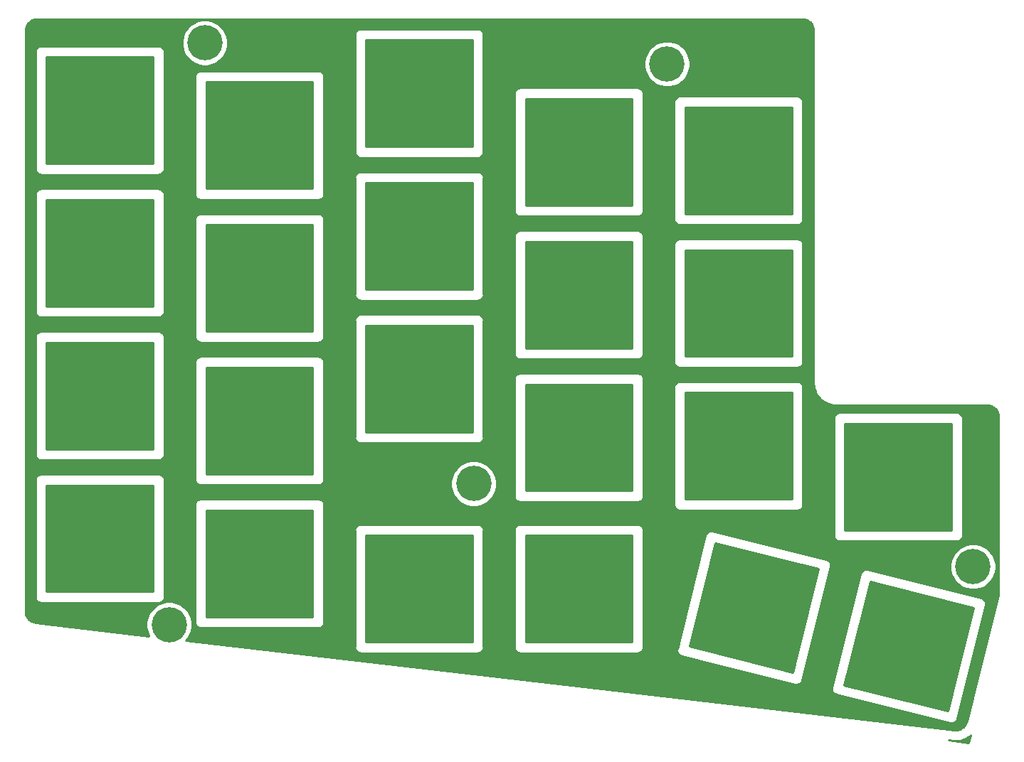
<source format=gbr>
%TF.GenerationSoftware,KiCad,Pcbnew,(5.1.0)-1*%
%TF.CreationDate,2021-02-23T00:40:23+09:00*%
%TF.ProjectId,topplate,746f7070-6c61-4746-952e-6b696361645f,rev?*%
%TF.SameCoordinates,Original*%
%TF.FileFunction,Copper,L1,Top*%
%TF.FilePolarity,Positive*%
%FSLAX46Y46*%
G04 Gerber Fmt 4.6, Leading zero omitted, Abs format (unit mm)*
G04 Created by KiCad (PCBNEW (5.1.0)-1) date 2021-02-23 00:40:23*
%MOMM*%
%LPD*%
G04 APERTURE LIST*
%TA.AperFunction,ComponentPad*%
%ADD10C,4.200000*%
%TD*%
%TA.AperFunction,NonConductor*%
%ADD11C,0.254000*%
%TD*%
G04 APERTURE END LIST*
D10*
%TO.P,H1,*%
%TO.N,*%
X97750000Y-132780000D03*
%TD*%
%TO.P,H1,*%
%TO.N,*%
X134000000Y-116000000D03*
%TD*%
%TO.P,H1,*%
%TO.N,*%
X157000000Y-66000000D03*
%TD*%
%TO.P,H1,*%
%TO.N,*%
X102000000Y-63500000D03*
%TD*%
%TO.P,H1,*%
%TO.N,*%
X193400000Y-125880000D03*
%TD*%
D11*
G36*
X192903424Y-146860064D02*
G01*
X190474732Y-146559164D01*
X191075685Y-146629307D01*
X191088644Y-146629540D01*
X191221343Y-146639776D01*
X191261542Y-146638941D01*
X191301711Y-146641067D01*
X191310914Y-146640589D01*
X191701202Y-146617597D01*
X191760301Y-146608267D01*
X191819499Y-146599767D01*
X191828431Y-146597511D01*
X191828436Y-146597510D01*
X191828441Y-146597508D01*
X192206824Y-146499149D01*
X192262960Y-146478527D01*
X192319408Y-146458680D01*
X192327735Y-146454731D01*
X192679812Y-146284746D01*
X192730857Y-146253623D01*
X192782389Y-146223182D01*
X192789790Y-146217691D01*
X193102146Y-145982559D01*
X193122036Y-145964287D01*
X192903424Y-146860064D01*
X192903424Y-146860064D01*
G37*
X192903424Y-146860064D02*
X190474732Y-146559164D01*
X191075685Y-146629307D01*
X191088644Y-146629540D01*
X191221343Y-146639776D01*
X191261542Y-146638941D01*
X191301711Y-146641067D01*
X191310914Y-146640589D01*
X191701202Y-146617597D01*
X191760301Y-146608267D01*
X191819499Y-146599767D01*
X191828431Y-146597511D01*
X191828436Y-146597510D01*
X191828441Y-146597508D01*
X192206824Y-146499149D01*
X192262960Y-146478527D01*
X192319408Y-146458680D01*
X192327735Y-146454731D01*
X192679812Y-146284746D01*
X192730857Y-146253623D01*
X192782389Y-146223182D01*
X192789790Y-146217691D01*
X193102146Y-145982559D01*
X193122036Y-145964287D01*
X192903424Y-146860064D01*
G36*
X173359659Y-60688625D02*
G01*
X173609429Y-60764035D01*
X173839792Y-60886522D01*
X174041980Y-61051422D01*
X174208286Y-61252450D01*
X174332378Y-61481954D01*
X174409531Y-61731195D01*
X174440000Y-62021089D01*
X174440001Y-104032419D01*
X174442852Y-104061364D01*
X174442765Y-104073781D01*
X174443665Y-104082952D01*
X174484466Y-104471145D01*
X174496487Y-104529708D01*
X174507702Y-104588501D01*
X174510366Y-104597323D01*
X174625790Y-104970198D01*
X174648975Y-105025353D01*
X174671379Y-105080806D01*
X174675706Y-105088943D01*
X174861357Y-105432298D01*
X174894780Y-105481849D01*
X174927562Y-105531946D01*
X174933387Y-105539087D01*
X175182194Y-105839841D01*
X175224629Y-105881981D01*
X175266492Y-105924730D01*
X175273592Y-105930604D01*
X175576077Y-106177305D01*
X175625904Y-106210409D01*
X175675259Y-106244204D01*
X175683365Y-106248587D01*
X176028007Y-106431837D01*
X176083311Y-106454631D01*
X176138295Y-106478198D01*
X176147098Y-106480923D01*
X176520770Y-106593741D01*
X176579458Y-106605361D01*
X176637961Y-106617797D01*
X176647126Y-106618760D01*
X177035595Y-106656850D01*
X177035598Y-106656850D01*
X177067581Y-106660000D01*
X195067721Y-106660000D01*
X195359659Y-106688625D01*
X195609429Y-106764035D01*
X195839792Y-106886522D01*
X196041980Y-107051422D01*
X196208286Y-107252450D01*
X196332378Y-107481954D01*
X196409531Y-107731195D01*
X196440001Y-108021101D01*
X196440923Y-128907729D01*
X196409956Y-129223559D01*
X196397763Y-129277716D01*
X192662342Y-144268824D01*
X192564242Y-144546951D01*
X192430999Y-144771997D01*
X192256574Y-144966884D01*
X192047623Y-145124176D01*
X191812099Y-145237888D01*
X191558976Y-145303687D01*
X191278095Y-145320233D01*
X191183686Y-145312951D01*
X149255269Y-140419091D01*
X176608783Y-140419091D01*
X176615305Y-140548935D01*
X176647031Y-140675012D01*
X176702745Y-140792478D01*
X176780305Y-140896818D01*
X176876730Y-140984020D01*
X176988315Y-141050737D01*
X177110772Y-141094402D01*
X177142999Y-141099147D01*
X190664234Y-144470370D01*
X190694912Y-144481309D01*
X190727134Y-144486053D01*
X190727139Y-144486054D01*
X190823533Y-144500245D01*
X190823534Y-144500245D01*
X190953378Y-144493723D01*
X191079455Y-144461997D01*
X191196921Y-144406283D01*
X191301261Y-144328723D01*
X191388463Y-144232298D01*
X191455180Y-144120713D01*
X191487904Y-144028940D01*
X191487904Y-144028939D01*
X191498845Y-143998256D01*
X191503590Y-143966029D01*
X194874813Y-130444794D01*
X194885752Y-130414116D01*
X194894268Y-130356275D01*
X194904688Y-130285495D01*
X194904688Y-130285494D01*
X194898167Y-130155649D01*
X194866440Y-130029572D01*
X194810726Y-129912106D01*
X194733166Y-129807766D01*
X194636741Y-129720564D01*
X194525156Y-129653847D01*
X194433383Y-129621123D01*
X194433373Y-129621120D01*
X194402699Y-129610183D01*
X194370481Y-129605440D01*
X180849239Y-126234216D01*
X180818559Y-126223276D01*
X180786334Y-126218532D01*
X180786331Y-126218531D01*
X180689937Y-126204340D01*
X180560092Y-126210861D01*
X180434015Y-126242588D01*
X180316549Y-126298302D01*
X180212209Y-126375862D01*
X180125007Y-126472287D01*
X180058290Y-126583872D01*
X180025566Y-126675645D01*
X180025563Y-126675655D01*
X180014626Y-126706329D01*
X180009883Y-126738547D01*
X176638659Y-140259789D01*
X176627719Y-140290469D01*
X176622975Y-140322694D01*
X176622974Y-140322697D01*
X176608783Y-140419091D01*
X149255269Y-140419091D01*
X99756276Y-134641598D01*
X99874413Y-134523461D01*
X100173725Y-134075508D01*
X100379895Y-133577770D01*
X100485000Y-133049374D01*
X100485000Y-132510626D01*
X100379895Y-131982230D01*
X100173725Y-131484492D01*
X99874413Y-131036539D01*
X99493461Y-130655587D01*
X99045508Y-130356275D01*
X98547770Y-130150105D01*
X98019374Y-130045000D01*
X97480626Y-130045000D01*
X96952230Y-130150105D01*
X96454492Y-130356275D01*
X96006539Y-130655587D01*
X95625587Y-131036539D01*
X95326275Y-131484492D01*
X95120105Y-131982230D01*
X95015000Y-132510626D01*
X95015000Y-133049374D01*
X95120105Y-133577770D01*
X95326275Y-134075508D01*
X95361801Y-134128677D01*
X81878583Y-132554924D01*
X81591492Y-132492890D01*
X81352038Y-132389304D01*
X81137254Y-132241175D01*
X80955340Y-132054155D01*
X80813214Y-131835360D01*
X80716292Y-131593124D01*
X80664960Y-131319023D01*
X80660000Y-131205580D01*
X80660000Y-115520000D01*
X81836807Y-115520000D01*
X81840000Y-115552419D01*
X81840001Y-129487571D01*
X81836807Y-129520000D01*
X81849550Y-129649383D01*
X81887290Y-129773793D01*
X81948575Y-129888450D01*
X82031052Y-129988948D01*
X82131550Y-130071425D01*
X82246207Y-130132710D01*
X82370617Y-130170450D01*
X82467581Y-130180000D01*
X82500000Y-130183193D01*
X82532419Y-130180000D01*
X96467581Y-130180000D01*
X96500000Y-130183193D01*
X96532419Y-130180000D01*
X96629383Y-130170450D01*
X96753793Y-130132710D01*
X96868450Y-130071425D01*
X96968948Y-129988948D01*
X97051425Y-129888450D01*
X97112710Y-129773793D01*
X97150450Y-129649383D01*
X97163193Y-129520000D01*
X97160000Y-129487581D01*
X97160000Y-118500000D01*
X100836807Y-118500000D01*
X100840000Y-118532419D01*
X100840001Y-132467571D01*
X100836807Y-132500000D01*
X100849550Y-132629383D01*
X100887290Y-132753793D01*
X100948575Y-132868450D01*
X101031052Y-132968948D01*
X101131550Y-133051425D01*
X101246207Y-133112710D01*
X101370617Y-133150450D01*
X101467581Y-133160000D01*
X101500000Y-133163193D01*
X101532419Y-133160000D01*
X115467581Y-133160000D01*
X115500000Y-133163193D01*
X115532419Y-133160000D01*
X115629383Y-133150450D01*
X115753793Y-133112710D01*
X115868450Y-133051425D01*
X115968948Y-132968948D01*
X116051425Y-132868450D01*
X116112710Y-132753793D01*
X116150450Y-132629383D01*
X116163193Y-132500000D01*
X116160000Y-132467581D01*
X116160000Y-121500000D01*
X119836807Y-121500000D01*
X119840000Y-121532419D01*
X119840001Y-135467571D01*
X119836807Y-135500000D01*
X119849550Y-135629383D01*
X119887290Y-135753793D01*
X119948575Y-135868450D01*
X120031052Y-135968948D01*
X120131550Y-136051425D01*
X120246207Y-136112710D01*
X120370617Y-136150450D01*
X120467581Y-136160000D01*
X120500000Y-136163193D01*
X120532419Y-136160000D01*
X134467581Y-136160000D01*
X134500000Y-136163193D01*
X134532419Y-136160000D01*
X134629383Y-136150450D01*
X134753793Y-136112710D01*
X134868450Y-136051425D01*
X134968948Y-135968948D01*
X135051425Y-135868450D01*
X135112710Y-135753793D01*
X135150450Y-135629383D01*
X135163193Y-135500000D01*
X135160000Y-135467581D01*
X135160000Y-121532419D01*
X135163193Y-121500000D01*
X138836807Y-121500000D01*
X138840000Y-121532419D01*
X138840001Y-135467571D01*
X138836807Y-135500000D01*
X138849550Y-135629383D01*
X138887290Y-135753793D01*
X138948575Y-135868450D01*
X139031052Y-135968948D01*
X139131550Y-136051425D01*
X139246207Y-136112710D01*
X139370617Y-136150450D01*
X139467581Y-136160000D01*
X139500000Y-136163193D01*
X139532419Y-136160000D01*
X153467581Y-136160000D01*
X153500000Y-136163193D01*
X153532419Y-136160000D01*
X153629383Y-136150450D01*
X153753793Y-136112710D01*
X153868450Y-136051425D01*
X153968948Y-135968948D01*
X154051425Y-135868450D01*
X154072462Y-135829091D01*
X158168783Y-135829091D01*
X158175305Y-135958935D01*
X158207031Y-136085012D01*
X158262745Y-136202478D01*
X158340305Y-136306818D01*
X158436730Y-136394020D01*
X158548315Y-136460737D01*
X158670772Y-136504402D01*
X158702999Y-136509147D01*
X172224234Y-139880370D01*
X172254912Y-139891309D01*
X172287134Y-139896053D01*
X172287139Y-139896054D01*
X172383533Y-139910245D01*
X172383534Y-139910245D01*
X172513378Y-139903723D01*
X172639455Y-139871997D01*
X172756921Y-139816283D01*
X172861261Y-139738723D01*
X172948463Y-139642298D01*
X173015180Y-139530713D01*
X173047904Y-139438940D01*
X173047904Y-139438939D01*
X173058845Y-139408256D01*
X173063590Y-139376029D01*
X176434813Y-125854794D01*
X176445752Y-125824116D01*
X176464688Y-125695494D01*
X176460426Y-125610626D01*
X190665000Y-125610626D01*
X190665000Y-126149374D01*
X190770105Y-126677770D01*
X190976275Y-127175508D01*
X191275587Y-127623461D01*
X191656539Y-128004413D01*
X192104492Y-128303725D01*
X192602230Y-128509895D01*
X193130626Y-128615000D01*
X193669374Y-128615000D01*
X194197770Y-128509895D01*
X194695508Y-128303725D01*
X195143461Y-128004413D01*
X195524413Y-127623461D01*
X195823725Y-127175508D01*
X196029895Y-126677770D01*
X196135000Y-126149374D01*
X196135000Y-125610626D01*
X196029895Y-125082230D01*
X195823725Y-124584492D01*
X195524413Y-124136539D01*
X195143461Y-123755587D01*
X194695508Y-123456275D01*
X194197770Y-123250105D01*
X193669374Y-123145000D01*
X193130626Y-123145000D01*
X192602230Y-123250105D01*
X192104492Y-123456275D01*
X191656539Y-123755587D01*
X191275587Y-124136539D01*
X190976275Y-124584492D01*
X190770105Y-125082230D01*
X190665000Y-125610626D01*
X176460426Y-125610626D01*
X176458167Y-125565649D01*
X176426440Y-125439572D01*
X176370726Y-125322106D01*
X176293166Y-125217766D01*
X176196741Y-125130564D01*
X176085156Y-125063847D01*
X175993383Y-125031123D01*
X175993373Y-125031120D01*
X175962699Y-125020183D01*
X175930481Y-125015440D01*
X162409239Y-121644216D01*
X162378559Y-121633276D01*
X162346334Y-121628532D01*
X162346331Y-121628531D01*
X162249937Y-121614340D01*
X162120092Y-121620861D01*
X161994015Y-121652588D01*
X161876549Y-121708302D01*
X161772209Y-121785862D01*
X161685007Y-121882287D01*
X161618290Y-121993872D01*
X161585566Y-122085645D01*
X161585563Y-122085655D01*
X161574626Y-122116329D01*
X161569883Y-122148547D01*
X158198659Y-135669789D01*
X158187719Y-135700469D01*
X158182975Y-135732694D01*
X158182974Y-135732697D01*
X158168783Y-135829091D01*
X154072462Y-135829091D01*
X154112710Y-135753793D01*
X154150450Y-135629383D01*
X154163193Y-135500000D01*
X154160000Y-135467581D01*
X154160000Y-121532419D01*
X154163193Y-121500000D01*
X154150450Y-121370617D01*
X154112710Y-121246207D01*
X154051425Y-121131550D01*
X153968948Y-121031052D01*
X153868450Y-120948575D01*
X153753793Y-120887290D01*
X153629383Y-120849550D01*
X153532419Y-120840000D01*
X153500000Y-120836807D01*
X153467581Y-120840000D01*
X139532419Y-120840000D01*
X139500000Y-120836807D01*
X139467581Y-120840000D01*
X139370617Y-120849550D01*
X139246207Y-120887290D01*
X139131550Y-120948575D01*
X139031052Y-121031052D01*
X138948575Y-121131550D01*
X138887290Y-121246207D01*
X138849550Y-121370617D01*
X138836807Y-121500000D01*
X135163193Y-121500000D01*
X135150450Y-121370617D01*
X135112710Y-121246207D01*
X135051425Y-121131550D01*
X134968948Y-121031052D01*
X134868450Y-120948575D01*
X134753793Y-120887290D01*
X134629383Y-120849550D01*
X134532419Y-120840000D01*
X134500000Y-120836807D01*
X134467581Y-120840000D01*
X120532419Y-120840000D01*
X120500000Y-120836807D01*
X120467581Y-120840000D01*
X120370617Y-120849550D01*
X120246207Y-120887290D01*
X120131550Y-120948575D01*
X120031052Y-121031052D01*
X119948575Y-121131550D01*
X119887290Y-121246207D01*
X119849550Y-121370617D01*
X119836807Y-121500000D01*
X116160000Y-121500000D01*
X116160000Y-118532419D01*
X116163193Y-118500000D01*
X116150450Y-118370617D01*
X116112710Y-118246207D01*
X116051425Y-118131550D01*
X115968948Y-118031052D01*
X115868450Y-117948575D01*
X115753793Y-117887290D01*
X115629383Y-117849550D01*
X115532419Y-117840000D01*
X115500000Y-117836807D01*
X115467581Y-117840000D01*
X101532419Y-117840000D01*
X101500000Y-117836807D01*
X101467581Y-117840000D01*
X101370617Y-117849550D01*
X101246207Y-117887290D01*
X101131550Y-117948575D01*
X101031052Y-118031052D01*
X100948575Y-118131550D01*
X100887290Y-118246207D01*
X100849550Y-118370617D01*
X100836807Y-118500000D01*
X97160000Y-118500000D01*
X97160000Y-115552419D01*
X97163193Y-115520000D01*
X97150450Y-115390617D01*
X97112710Y-115266207D01*
X97051425Y-115151550D01*
X96968948Y-115051052D01*
X96868450Y-114968575D01*
X96753793Y-114907290D01*
X96629383Y-114869550D01*
X96532419Y-114860000D01*
X96500000Y-114856807D01*
X96467581Y-114860000D01*
X82532419Y-114860000D01*
X82500000Y-114856807D01*
X82467581Y-114860000D01*
X82370617Y-114869550D01*
X82246207Y-114907290D01*
X82131550Y-114968575D01*
X82031052Y-115051052D01*
X81948575Y-115151550D01*
X81887290Y-115266207D01*
X81849550Y-115390617D01*
X81836807Y-115520000D01*
X80660000Y-115520000D01*
X80660000Y-98520000D01*
X81836807Y-98520000D01*
X81840000Y-98552419D01*
X81840001Y-112487571D01*
X81836807Y-112520000D01*
X81849550Y-112649383D01*
X81887290Y-112773793D01*
X81948575Y-112888450D01*
X82031052Y-112988948D01*
X82131550Y-113071425D01*
X82246207Y-113132710D01*
X82370617Y-113170450D01*
X82467581Y-113180000D01*
X82500000Y-113183193D01*
X82532419Y-113180000D01*
X96467581Y-113180000D01*
X96500000Y-113183193D01*
X96532419Y-113180000D01*
X96629383Y-113170450D01*
X96753793Y-113132710D01*
X96868450Y-113071425D01*
X96968948Y-112988948D01*
X97051425Y-112888450D01*
X97112710Y-112773793D01*
X97150450Y-112649383D01*
X97163193Y-112520000D01*
X97160000Y-112487581D01*
X97160000Y-101500000D01*
X100836807Y-101500000D01*
X100840000Y-101532419D01*
X100840001Y-115467571D01*
X100836807Y-115500000D01*
X100849550Y-115629383D01*
X100887290Y-115753793D01*
X100948575Y-115868450D01*
X101031052Y-115968948D01*
X101131550Y-116051425D01*
X101246207Y-116112710D01*
X101370617Y-116150450D01*
X101467581Y-116160000D01*
X101500000Y-116163193D01*
X101532419Y-116160000D01*
X115467581Y-116160000D01*
X115500000Y-116163193D01*
X115532419Y-116160000D01*
X115629383Y-116150450D01*
X115753793Y-116112710D01*
X115868450Y-116051425D01*
X115968948Y-115968948D01*
X116051425Y-115868450D01*
X116112710Y-115753793D01*
X116119737Y-115730626D01*
X131265000Y-115730626D01*
X131265000Y-116269374D01*
X131370105Y-116797770D01*
X131576275Y-117295508D01*
X131875587Y-117743461D01*
X132256539Y-118124413D01*
X132704492Y-118423725D01*
X133202230Y-118629895D01*
X133730626Y-118735000D01*
X134269374Y-118735000D01*
X134797770Y-118629895D01*
X135295508Y-118423725D01*
X135743461Y-118124413D01*
X136124413Y-117743461D01*
X136423725Y-117295508D01*
X136629895Y-116797770D01*
X136735000Y-116269374D01*
X136735000Y-115730626D01*
X136629895Y-115202230D01*
X136423725Y-114704492D01*
X136124413Y-114256539D01*
X135743461Y-113875587D01*
X135295508Y-113576275D01*
X134797770Y-113370105D01*
X134269374Y-113265000D01*
X133730626Y-113265000D01*
X133202230Y-113370105D01*
X132704492Y-113576275D01*
X132256539Y-113875587D01*
X131875587Y-114256539D01*
X131576275Y-114704492D01*
X131370105Y-115202230D01*
X131265000Y-115730626D01*
X116119737Y-115730626D01*
X116150450Y-115629383D01*
X116163193Y-115500000D01*
X116160000Y-115467581D01*
X116160000Y-101532419D01*
X116163193Y-101500000D01*
X116150450Y-101370617D01*
X116112710Y-101246207D01*
X116051425Y-101131550D01*
X115968948Y-101031052D01*
X115868450Y-100948575D01*
X115753793Y-100887290D01*
X115629383Y-100849550D01*
X115532419Y-100840000D01*
X115500000Y-100836807D01*
X115467581Y-100840000D01*
X101532419Y-100840000D01*
X101500000Y-100836807D01*
X101467581Y-100840000D01*
X101370617Y-100849550D01*
X101246207Y-100887290D01*
X101131550Y-100948575D01*
X101031052Y-101031052D01*
X100948575Y-101131550D01*
X100887290Y-101246207D01*
X100849550Y-101370617D01*
X100836807Y-101500000D01*
X97160000Y-101500000D01*
X97160000Y-98552419D01*
X97163193Y-98520000D01*
X97150450Y-98390617D01*
X97112710Y-98266207D01*
X97051425Y-98151550D01*
X96968948Y-98051052D01*
X96868450Y-97968575D01*
X96753793Y-97907290D01*
X96629383Y-97869550D01*
X96532419Y-97860000D01*
X96500000Y-97856807D01*
X96467581Y-97860000D01*
X82532419Y-97860000D01*
X82500000Y-97856807D01*
X82467581Y-97860000D01*
X82370617Y-97869550D01*
X82246207Y-97907290D01*
X82131550Y-97968575D01*
X82031052Y-98051052D01*
X81948575Y-98151550D01*
X81887290Y-98266207D01*
X81849550Y-98390617D01*
X81836807Y-98520000D01*
X80660000Y-98520000D01*
X80660000Y-81520000D01*
X81836807Y-81520000D01*
X81840000Y-81552419D01*
X81840001Y-95487571D01*
X81836807Y-95520000D01*
X81849550Y-95649383D01*
X81887290Y-95773793D01*
X81948575Y-95888450D01*
X82031052Y-95988948D01*
X82131550Y-96071425D01*
X82246207Y-96132710D01*
X82370617Y-96170450D01*
X82467581Y-96180000D01*
X82500000Y-96183193D01*
X82532419Y-96180000D01*
X96467581Y-96180000D01*
X96500000Y-96183193D01*
X96532419Y-96180000D01*
X96629383Y-96170450D01*
X96753793Y-96132710D01*
X96868450Y-96071425D01*
X96968948Y-95988948D01*
X97051425Y-95888450D01*
X97112710Y-95773793D01*
X97150450Y-95649383D01*
X97163193Y-95520000D01*
X97160000Y-95487581D01*
X97160000Y-84500000D01*
X100836807Y-84500000D01*
X100840000Y-84532419D01*
X100840001Y-98467571D01*
X100836807Y-98500000D01*
X100849550Y-98629383D01*
X100887290Y-98753793D01*
X100948575Y-98868450D01*
X101031052Y-98968948D01*
X101131550Y-99051425D01*
X101246207Y-99112710D01*
X101370617Y-99150450D01*
X101467581Y-99160000D01*
X101500000Y-99163193D01*
X101532419Y-99160000D01*
X115467581Y-99160000D01*
X115500000Y-99163193D01*
X115532419Y-99160000D01*
X115629383Y-99150450D01*
X115753793Y-99112710D01*
X115868450Y-99051425D01*
X115968948Y-98968948D01*
X116051425Y-98868450D01*
X116112710Y-98753793D01*
X116150450Y-98629383D01*
X116163193Y-98500000D01*
X116160000Y-98467581D01*
X116160000Y-96500000D01*
X119836807Y-96500000D01*
X119840000Y-96532419D01*
X119840001Y-110467571D01*
X119836807Y-110500000D01*
X119849550Y-110629383D01*
X119887290Y-110753793D01*
X119948575Y-110868450D01*
X120031052Y-110968948D01*
X120131550Y-111051425D01*
X120246207Y-111112710D01*
X120370617Y-111150450D01*
X120467581Y-111160000D01*
X120500000Y-111163193D01*
X120532419Y-111160000D01*
X134467581Y-111160000D01*
X134500000Y-111163193D01*
X134532419Y-111160000D01*
X134629383Y-111150450D01*
X134753793Y-111112710D01*
X134868450Y-111051425D01*
X134968948Y-110968948D01*
X135051425Y-110868450D01*
X135112710Y-110753793D01*
X135150450Y-110629383D01*
X135163193Y-110500000D01*
X135160000Y-110467581D01*
X135160000Y-103500000D01*
X138836807Y-103500000D01*
X138840000Y-103532419D01*
X138840001Y-117467571D01*
X138836807Y-117500000D01*
X138849550Y-117629383D01*
X138887290Y-117753793D01*
X138948575Y-117868450D01*
X139031052Y-117968948D01*
X139131550Y-118051425D01*
X139246207Y-118112710D01*
X139370617Y-118150450D01*
X139467581Y-118160000D01*
X139500000Y-118163193D01*
X139532419Y-118160000D01*
X153467581Y-118160000D01*
X153500000Y-118163193D01*
X153532419Y-118160000D01*
X153629383Y-118150450D01*
X153753793Y-118112710D01*
X153868450Y-118051425D01*
X153968948Y-117968948D01*
X154051425Y-117868450D01*
X154112710Y-117753793D01*
X154150450Y-117629383D01*
X154163193Y-117500000D01*
X154160000Y-117467581D01*
X154160000Y-104500000D01*
X157836807Y-104500000D01*
X157840000Y-104532419D01*
X157840001Y-118467571D01*
X157836807Y-118500000D01*
X157849550Y-118629383D01*
X157887290Y-118753793D01*
X157948575Y-118868450D01*
X158031052Y-118968948D01*
X158131550Y-119051425D01*
X158246207Y-119112710D01*
X158370617Y-119150450D01*
X158467581Y-119160000D01*
X158500000Y-119163193D01*
X158532419Y-119160000D01*
X172467581Y-119160000D01*
X172500000Y-119163193D01*
X172532419Y-119160000D01*
X172629383Y-119150450D01*
X172753793Y-119112710D01*
X172868450Y-119051425D01*
X172968948Y-118968948D01*
X173051425Y-118868450D01*
X173112710Y-118753793D01*
X173150450Y-118629383D01*
X173163193Y-118500000D01*
X173160000Y-118467581D01*
X173160000Y-108180000D01*
X176836807Y-108180000D01*
X176840000Y-108212419D01*
X176840001Y-122147571D01*
X176836807Y-122180000D01*
X176849550Y-122309383D01*
X176887290Y-122433793D01*
X176948575Y-122548450D01*
X177031052Y-122648948D01*
X177131550Y-122731425D01*
X177246207Y-122792710D01*
X177370617Y-122830450D01*
X177467581Y-122840000D01*
X177500000Y-122843193D01*
X177532419Y-122840000D01*
X191467581Y-122840000D01*
X191500000Y-122843193D01*
X191532419Y-122840000D01*
X191629383Y-122830450D01*
X191753793Y-122792710D01*
X191868450Y-122731425D01*
X191968948Y-122648948D01*
X192051425Y-122548450D01*
X192112710Y-122433793D01*
X192150450Y-122309383D01*
X192163193Y-122180000D01*
X192160000Y-122147581D01*
X192160000Y-108212419D01*
X192163193Y-108180000D01*
X192150450Y-108050617D01*
X192112710Y-107926207D01*
X192051425Y-107811550D01*
X191968948Y-107711052D01*
X191868450Y-107628575D01*
X191753793Y-107567290D01*
X191629383Y-107529550D01*
X191532419Y-107520000D01*
X191500000Y-107516807D01*
X191467581Y-107520000D01*
X177532419Y-107520000D01*
X177500000Y-107516807D01*
X177467581Y-107520000D01*
X177370617Y-107529550D01*
X177246207Y-107567290D01*
X177131550Y-107628575D01*
X177031052Y-107711052D01*
X176948575Y-107811550D01*
X176887290Y-107926207D01*
X176849550Y-108050617D01*
X176836807Y-108180000D01*
X173160000Y-108180000D01*
X173160000Y-104532419D01*
X173163193Y-104500000D01*
X173150450Y-104370617D01*
X173112710Y-104246207D01*
X173051425Y-104131550D01*
X172968948Y-104031052D01*
X172868450Y-103948575D01*
X172753793Y-103887290D01*
X172629383Y-103849550D01*
X172532419Y-103840000D01*
X172500000Y-103836807D01*
X172467581Y-103840000D01*
X158532419Y-103840000D01*
X158500000Y-103836807D01*
X158467581Y-103840000D01*
X158370617Y-103849550D01*
X158246207Y-103887290D01*
X158131550Y-103948575D01*
X158031052Y-104031052D01*
X157948575Y-104131550D01*
X157887290Y-104246207D01*
X157849550Y-104370617D01*
X157836807Y-104500000D01*
X154160000Y-104500000D01*
X154160000Y-103532419D01*
X154163193Y-103500000D01*
X154150450Y-103370617D01*
X154112710Y-103246207D01*
X154051425Y-103131550D01*
X153968948Y-103031052D01*
X153868450Y-102948575D01*
X153753793Y-102887290D01*
X153629383Y-102849550D01*
X153532419Y-102840000D01*
X153500000Y-102836807D01*
X153467581Y-102840000D01*
X139532419Y-102840000D01*
X139500000Y-102836807D01*
X139467581Y-102840000D01*
X139370617Y-102849550D01*
X139246207Y-102887290D01*
X139131550Y-102948575D01*
X139031052Y-103031052D01*
X138948575Y-103131550D01*
X138887290Y-103246207D01*
X138849550Y-103370617D01*
X138836807Y-103500000D01*
X135160000Y-103500000D01*
X135160000Y-96532419D01*
X135163193Y-96500000D01*
X135150450Y-96370617D01*
X135112710Y-96246207D01*
X135051425Y-96131550D01*
X134968948Y-96031052D01*
X134868450Y-95948575D01*
X134753793Y-95887290D01*
X134629383Y-95849550D01*
X134532419Y-95840000D01*
X134500000Y-95836807D01*
X134467581Y-95840000D01*
X120532419Y-95840000D01*
X120500000Y-95836807D01*
X120467581Y-95840000D01*
X120370617Y-95849550D01*
X120246207Y-95887290D01*
X120131550Y-95948575D01*
X120031052Y-96031052D01*
X119948575Y-96131550D01*
X119887290Y-96246207D01*
X119849550Y-96370617D01*
X119836807Y-96500000D01*
X116160000Y-96500000D01*
X116160000Y-84532419D01*
X116163193Y-84500000D01*
X116150450Y-84370617D01*
X116112710Y-84246207D01*
X116051425Y-84131550D01*
X115968948Y-84031052D01*
X115868450Y-83948575D01*
X115753793Y-83887290D01*
X115629383Y-83849550D01*
X115532419Y-83840000D01*
X115500000Y-83836807D01*
X115467581Y-83840000D01*
X101532419Y-83840000D01*
X101500000Y-83836807D01*
X101467581Y-83840000D01*
X101370617Y-83849550D01*
X101246207Y-83887290D01*
X101131550Y-83948575D01*
X101031052Y-84031052D01*
X100948575Y-84131550D01*
X100887290Y-84246207D01*
X100849550Y-84370617D01*
X100836807Y-84500000D01*
X97160000Y-84500000D01*
X97160000Y-81552419D01*
X97163193Y-81520000D01*
X97150450Y-81390617D01*
X97112710Y-81266207D01*
X97051425Y-81151550D01*
X96968948Y-81051052D01*
X96868450Y-80968575D01*
X96753793Y-80907290D01*
X96629383Y-80869550D01*
X96532419Y-80860000D01*
X96500000Y-80856807D01*
X96467581Y-80860000D01*
X82532419Y-80860000D01*
X82500000Y-80856807D01*
X82467581Y-80860000D01*
X82370617Y-80869550D01*
X82246207Y-80907290D01*
X82131550Y-80968575D01*
X82031052Y-81051052D01*
X81948575Y-81151550D01*
X81887290Y-81266207D01*
X81849550Y-81390617D01*
X81836807Y-81520000D01*
X80660000Y-81520000D01*
X80660000Y-64520000D01*
X81836807Y-64520000D01*
X81840000Y-64552419D01*
X81840001Y-78487571D01*
X81836807Y-78520000D01*
X81849550Y-78649383D01*
X81887290Y-78773793D01*
X81948575Y-78888450D01*
X82031052Y-78988948D01*
X82131550Y-79071425D01*
X82246207Y-79132710D01*
X82370617Y-79170450D01*
X82467581Y-79180000D01*
X82500000Y-79183193D01*
X82532419Y-79180000D01*
X96467581Y-79180000D01*
X96500000Y-79183193D01*
X96532419Y-79180000D01*
X96629383Y-79170450D01*
X96753793Y-79132710D01*
X96868450Y-79071425D01*
X96968948Y-78988948D01*
X97051425Y-78888450D01*
X97112710Y-78773793D01*
X97150450Y-78649383D01*
X97163193Y-78520000D01*
X97160000Y-78487581D01*
X97160000Y-67500000D01*
X100836807Y-67500000D01*
X100840000Y-67532419D01*
X100840001Y-81467571D01*
X100836807Y-81500000D01*
X100849550Y-81629383D01*
X100887290Y-81753793D01*
X100948575Y-81868450D01*
X101031052Y-81968948D01*
X101131550Y-82051425D01*
X101246207Y-82112710D01*
X101370617Y-82150450D01*
X101467581Y-82160000D01*
X101500000Y-82163193D01*
X101532419Y-82160000D01*
X115467581Y-82160000D01*
X115500000Y-82163193D01*
X115532419Y-82160000D01*
X115629383Y-82150450D01*
X115753793Y-82112710D01*
X115868450Y-82051425D01*
X115968948Y-81968948D01*
X116051425Y-81868450D01*
X116112710Y-81753793D01*
X116150450Y-81629383D01*
X116163193Y-81500000D01*
X116160000Y-81467581D01*
X116160000Y-79500000D01*
X119836807Y-79500000D01*
X119840000Y-79532419D01*
X119840001Y-93467571D01*
X119836807Y-93500000D01*
X119849550Y-93629383D01*
X119887290Y-93753793D01*
X119948575Y-93868450D01*
X120031052Y-93968948D01*
X120131550Y-94051425D01*
X120246207Y-94112710D01*
X120370617Y-94150450D01*
X120467581Y-94160000D01*
X120500000Y-94163193D01*
X120532419Y-94160000D01*
X134467581Y-94160000D01*
X134500000Y-94163193D01*
X134532419Y-94160000D01*
X134629383Y-94150450D01*
X134753793Y-94112710D01*
X134868450Y-94051425D01*
X134968948Y-93968948D01*
X135051425Y-93868450D01*
X135112710Y-93753793D01*
X135150450Y-93629383D01*
X135163193Y-93500000D01*
X135160000Y-93467581D01*
X135160000Y-86500000D01*
X138836807Y-86500000D01*
X138840000Y-86532419D01*
X138840001Y-100467571D01*
X138836807Y-100500000D01*
X138849550Y-100629383D01*
X138887290Y-100753793D01*
X138948575Y-100868450D01*
X139031052Y-100968948D01*
X139131550Y-101051425D01*
X139246207Y-101112710D01*
X139370617Y-101150450D01*
X139467581Y-101160000D01*
X139500000Y-101163193D01*
X139532419Y-101160000D01*
X153467581Y-101160000D01*
X153500000Y-101163193D01*
X153532419Y-101160000D01*
X153629383Y-101150450D01*
X153753793Y-101112710D01*
X153868450Y-101051425D01*
X153968948Y-100968948D01*
X154051425Y-100868450D01*
X154112710Y-100753793D01*
X154150450Y-100629383D01*
X154163193Y-100500000D01*
X154160000Y-100467581D01*
X154160000Y-87500000D01*
X157836807Y-87500000D01*
X157840000Y-87532419D01*
X157840001Y-101467571D01*
X157836807Y-101500000D01*
X157849550Y-101629383D01*
X157887290Y-101753793D01*
X157948575Y-101868450D01*
X158031052Y-101968948D01*
X158131550Y-102051425D01*
X158246207Y-102112710D01*
X158370617Y-102150450D01*
X158467581Y-102160000D01*
X158500000Y-102163193D01*
X158532419Y-102160000D01*
X172467581Y-102160000D01*
X172500000Y-102163193D01*
X172532419Y-102160000D01*
X172629383Y-102150450D01*
X172753793Y-102112710D01*
X172868450Y-102051425D01*
X172968948Y-101968948D01*
X173051425Y-101868450D01*
X173112710Y-101753793D01*
X173150450Y-101629383D01*
X173163193Y-101500000D01*
X173160000Y-101467581D01*
X173160000Y-87532419D01*
X173163193Y-87500000D01*
X173150450Y-87370617D01*
X173112710Y-87246207D01*
X173051425Y-87131550D01*
X172968948Y-87031052D01*
X172868450Y-86948575D01*
X172753793Y-86887290D01*
X172629383Y-86849550D01*
X172532419Y-86840000D01*
X172500000Y-86836807D01*
X172467581Y-86840000D01*
X158532419Y-86840000D01*
X158500000Y-86836807D01*
X158467581Y-86840000D01*
X158370617Y-86849550D01*
X158246207Y-86887290D01*
X158131550Y-86948575D01*
X158031052Y-87031052D01*
X157948575Y-87131550D01*
X157887290Y-87246207D01*
X157849550Y-87370617D01*
X157836807Y-87500000D01*
X154160000Y-87500000D01*
X154160000Y-86532419D01*
X154163193Y-86500000D01*
X154150450Y-86370617D01*
X154112710Y-86246207D01*
X154051425Y-86131550D01*
X153968948Y-86031052D01*
X153868450Y-85948575D01*
X153753793Y-85887290D01*
X153629383Y-85849550D01*
X153532419Y-85840000D01*
X153500000Y-85836807D01*
X153467581Y-85840000D01*
X139532419Y-85840000D01*
X139500000Y-85836807D01*
X139467581Y-85840000D01*
X139370617Y-85849550D01*
X139246207Y-85887290D01*
X139131550Y-85948575D01*
X139031052Y-86031052D01*
X138948575Y-86131550D01*
X138887290Y-86246207D01*
X138849550Y-86370617D01*
X138836807Y-86500000D01*
X135160000Y-86500000D01*
X135160000Y-79532419D01*
X135163193Y-79500000D01*
X135150450Y-79370617D01*
X135112710Y-79246207D01*
X135051425Y-79131550D01*
X134968948Y-79031052D01*
X134868450Y-78948575D01*
X134753793Y-78887290D01*
X134629383Y-78849550D01*
X134532419Y-78840000D01*
X134500000Y-78836807D01*
X134467581Y-78840000D01*
X120532419Y-78840000D01*
X120500000Y-78836807D01*
X120467581Y-78840000D01*
X120370617Y-78849550D01*
X120246207Y-78887290D01*
X120131550Y-78948575D01*
X120031052Y-79031052D01*
X119948575Y-79131550D01*
X119887290Y-79246207D01*
X119849550Y-79370617D01*
X119836807Y-79500000D01*
X116160000Y-79500000D01*
X116160000Y-67532419D01*
X116163193Y-67500000D01*
X116150450Y-67370617D01*
X116112710Y-67246207D01*
X116051425Y-67131550D01*
X115968948Y-67031052D01*
X115868450Y-66948575D01*
X115753793Y-66887290D01*
X115629383Y-66849550D01*
X115532419Y-66840000D01*
X115500000Y-66836807D01*
X115467581Y-66840000D01*
X101532419Y-66840000D01*
X101500000Y-66836807D01*
X101467581Y-66840000D01*
X101370617Y-66849550D01*
X101246207Y-66887290D01*
X101131550Y-66948575D01*
X101031052Y-67031052D01*
X100948575Y-67131550D01*
X100887290Y-67246207D01*
X100849550Y-67370617D01*
X100836807Y-67500000D01*
X97160000Y-67500000D01*
X97160000Y-64552419D01*
X97163193Y-64520000D01*
X97150450Y-64390617D01*
X97112710Y-64266207D01*
X97051425Y-64151550D01*
X96968948Y-64051052D01*
X96868450Y-63968575D01*
X96753793Y-63907290D01*
X96629383Y-63869550D01*
X96532419Y-63860000D01*
X96500000Y-63856807D01*
X96467581Y-63860000D01*
X82532419Y-63860000D01*
X82500000Y-63856807D01*
X82467581Y-63860000D01*
X82370617Y-63869550D01*
X82246207Y-63907290D01*
X82131550Y-63968575D01*
X82031052Y-64051052D01*
X81948575Y-64151550D01*
X81887290Y-64266207D01*
X81849550Y-64390617D01*
X81836807Y-64520000D01*
X80660000Y-64520000D01*
X80660000Y-63230626D01*
X99265000Y-63230626D01*
X99265000Y-63769374D01*
X99370105Y-64297770D01*
X99576275Y-64795508D01*
X99875587Y-65243461D01*
X100256539Y-65624413D01*
X100704492Y-65923725D01*
X101202230Y-66129895D01*
X101730626Y-66235000D01*
X102269374Y-66235000D01*
X102797770Y-66129895D01*
X103295508Y-65923725D01*
X103743461Y-65624413D01*
X104124413Y-65243461D01*
X104423725Y-64795508D01*
X104629895Y-64297770D01*
X104735000Y-63769374D01*
X104735000Y-63230626D01*
X104629895Y-62702230D01*
X104546129Y-62500000D01*
X119836807Y-62500000D01*
X119840000Y-62532419D01*
X119840001Y-76467571D01*
X119836807Y-76500000D01*
X119849550Y-76629383D01*
X119887290Y-76753793D01*
X119948575Y-76868450D01*
X120031052Y-76968948D01*
X120131550Y-77051425D01*
X120246207Y-77112710D01*
X120370617Y-77150450D01*
X120467581Y-77160000D01*
X120500000Y-77163193D01*
X120532419Y-77160000D01*
X134467581Y-77160000D01*
X134500000Y-77163193D01*
X134532419Y-77160000D01*
X134629383Y-77150450D01*
X134753793Y-77112710D01*
X134868450Y-77051425D01*
X134968948Y-76968948D01*
X135051425Y-76868450D01*
X135112710Y-76753793D01*
X135150450Y-76629383D01*
X135163193Y-76500000D01*
X135160000Y-76467581D01*
X135160000Y-69500000D01*
X138836807Y-69500000D01*
X138840000Y-69532419D01*
X138840001Y-83467571D01*
X138836807Y-83500000D01*
X138849550Y-83629383D01*
X138887290Y-83753793D01*
X138948575Y-83868450D01*
X139031052Y-83968948D01*
X139131550Y-84051425D01*
X139246207Y-84112710D01*
X139370617Y-84150450D01*
X139467581Y-84160000D01*
X139500000Y-84163193D01*
X139532419Y-84160000D01*
X153467581Y-84160000D01*
X153500000Y-84163193D01*
X153532419Y-84160000D01*
X153629383Y-84150450D01*
X153753793Y-84112710D01*
X153868450Y-84051425D01*
X153968948Y-83968948D01*
X154051425Y-83868450D01*
X154112710Y-83753793D01*
X154150450Y-83629383D01*
X154163193Y-83500000D01*
X154160000Y-83467581D01*
X154160000Y-70500000D01*
X157836807Y-70500000D01*
X157840000Y-70532419D01*
X157840001Y-84467571D01*
X157836807Y-84500000D01*
X157849550Y-84629383D01*
X157887290Y-84753793D01*
X157948575Y-84868450D01*
X158031052Y-84968948D01*
X158131550Y-85051425D01*
X158246207Y-85112710D01*
X158370617Y-85150450D01*
X158467581Y-85160000D01*
X158500000Y-85163193D01*
X158532419Y-85160000D01*
X172467581Y-85160000D01*
X172500000Y-85163193D01*
X172532419Y-85160000D01*
X172629383Y-85150450D01*
X172753793Y-85112710D01*
X172868450Y-85051425D01*
X172968948Y-84968948D01*
X173051425Y-84868450D01*
X173112710Y-84753793D01*
X173150450Y-84629383D01*
X173163193Y-84500000D01*
X173160000Y-84467581D01*
X173160000Y-70532419D01*
X173163193Y-70500000D01*
X173150450Y-70370617D01*
X173112710Y-70246207D01*
X173051425Y-70131550D01*
X172968948Y-70031052D01*
X172868450Y-69948575D01*
X172753793Y-69887290D01*
X172629383Y-69849550D01*
X172532419Y-69840000D01*
X172500000Y-69836807D01*
X172467581Y-69840000D01*
X158532419Y-69840000D01*
X158500000Y-69836807D01*
X158467581Y-69840000D01*
X158370617Y-69849550D01*
X158246207Y-69887290D01*
X158131550Y-69948575D01*
X158031052Y-70031052D01*
X157948575Y-70131550D01*
X157887290Y-70246207D01*
X157849550Y-70370617D01*
X157836807Y-70500000D01*
X154160000Y-70500000D01*
X154160000Y-69532419D01*
X154163193Y-69500000D01*
X154150450Y-69370617D01*
X154112710Y-69246207D01*
X154051425Y-69131550D01*
X153968948Y-69031052D01*
X153868450Y-68948575D01*
X153753793Y-68887290D01*
X153629383Y-68849550D01*
X153532419Y-68840000D01*
X153500000Y-68836807D01*
X153467581Y-68840000D01*
X139532419Y-68840000D01*
X139500000Y-68836807D01*
X139467581Y-68840000D01*
X139370617Y-68849550D01*
X139246207Y-68887290D01*
X139131550Y-68948575D01*
X139031052Y-69031052D01*
X138948575Y-69131550D01*
X138887290Y-69246207D01*
X138849550Y-69370617D01*
X138836807Y-69500000D01*
X135160000Y-69500000D01*
X135160000Y-65730626D01*
X154265000Y-65730626D01*
X154265000Y-66269374D01*
X154370105Y-66797770D01*
X154576275Y-67295508D01*
X154875587Y-67743461D01*
X155256539Y-68124413D01*
X155704492Y-68423725D01*
X156202230Y-68629895D01*
X156730626Y-68735000D01*
X157269374Y-68735000D01*
X157797770Y-68629895D01*
X158295508Y-68423725D01*
X158743461Y-68124413D01*
X159124413Y-67743461D01*
X159423725Y-67295508D01*
X159629895Y-66797770D01*
X159735000Y-66269374D01*
X159735000Y-65730626D01*
X159629895Y-65202230D01*
X159423725Y-64704492D01*
X159124413Y-64256539D01*
X158743461Y-63875587D01*
X158295508Y-63576275D01*
X157797770Y-63370105D01*
X157269374Y-63265000D01*
X156730626Y-63265000D01*
X156202230Y-63370105D01*
X155704492Y-63576275D01*
X155256539Y-63875587D01*
X154875587Y-64256539D01*
X154576275Y-64704492D01*
X154370105Y-65202230D01*
X154265000Y-65730626D01*
X135160000Y-65730626D01*
X135160000Y-62532419D01*
X135163193Y-62500000D01*
X135150450Y-62370617D01*
X135112710Y-62246207D01*
X135051425Y-62131550D01*
X134968948Y-62031052D01*
X134868450Y-61948575D01*
X134753793Y-61887290D01*
X134629383Y-61849550D01*
X134532419Y-61840000D01*
X134500000Y-61836807D01*
X134467581Y-61840000D01*
X120532419Y-61840000D01*
X120500000Y-61836807D01*
X120467581Y-61840000D01*
X120370617Y-61849550D01*
X120246207Y-61887290D01*
X120131550Y-61948575D01*
X120031052Y-62031052D01*
X119948575Y-62131550D01*
X119887290Y-62246207D01*
X119849550Y-62370617D01*
X119836807Y-62500000D01*
X104546129Y-62500000D01*
X104423725Y-62204492D01*
X104124413Y-61756539D01*
X103743461Y-61375587D01*
X103295508Y-61076275D01*
X102797770Y-60870105D01*
X102269374Y-60765000D01*
X101730626Y-60765000D01*
X101202230Y-60870105D01*
X100704492Y-61076275D01*
X100256539Y-61375587D01*
X99875587Y-61756539D01*
X99576275Y-62204492D01*
X99370105Y-62702230D01*
X99265000Y-63230626D01*
X80660000Y-63230626D01*
X80660000Y-62032279D01*
X80688625Y-61740341D01*
X80764035Y-61490571D01*
X80886522Y-61260208D01*
X81051422Y-61058020D01*
X81252450Y-60891714D01*
X81481954Y-60767622D01*
X81731195Y-60690469D01*
X82021088Y-60660000D01*
X173067721Y-60660000D01*
X173359659Y-60688625D01*
X173359659Y-60688625D01*
G37*
X173359659Y-60688625D02*
X173609429Y-60764035D01*
X173839792Y-60886522D01*
X174041980Y-61051422D01*
X174208286Y-61252450D01*
X174332378Y-61481954D01*
X174409531Y-61731195D01*
X174440000Y-62021089D01*
X174440001Y-104032419D01*
X174442852Y-104061364D01*
X174442765Y-104073781D01*
X174443665Y-104082952D01*
X174484466Y-104471145D01*
X174496487Y-104529708D01*
X174507702Y-104588501D01*
X174510366Y-104597323D01*
X174625790Y-104970198D01*
X174648975Y-105025353D01*
X174671379Y-105080806D01*
X174675706Y-105088943D01*
X174861357Y-105432298D01*
X174894780Y-105481849D01*
X174927562Y-105531946D01*
X174933387Y-105539087D01*
X175182194Y-105839841D01*
X175224629Y-105881981D01*
X175266492Y-105924730D01*
X175273592Y-105930604D01*
X175576077Y-106177305D01*
X175625904Y-106210409D01*
X175675259Y-106244204D01*
X175683365Y-106248587D01*
X176028007Y-106431837D01*
X176083311Y-106454631D01*
X176138295Y-106478198D01*
X176147098Y-106480923D01*
X176520770Y-106593741D01*
X176579458Y-106605361D01*
X176637961Y-106617797D01*
X176647126Y-106618760D01*
X177035595Y-106656850D01*
X177035598Y-106656850D01*
X177067581Y-106660000D01*
X195067721Y-106660000D01*
X195359659Y-106688625D01*
X195609429Y-106764035D01*
X195839792Y-106886522D01*
X196041980Y-107051422D01*
X196208286Y-107252450D01*
X196332378Y-107481954D01*
X196409531Y-107731195D01*
X196440001Y-108021101D01*
X196440923Y-128907729D01*
X196409956Y-129223559D01*
X196397763Y-129277716D01*
X192662342Y-144268824D01*
X192564242Y-144546951D01*
X192430999Y-144771997D01*
X192256574Y-144966884D01*
X192047623Y-145124176D01*
X191812099Y-145237888D01*
X191558976Y-145303687D01*
X191278095Y-145320233D01*
X191183686Y-145312951D01*
X149255269Y-140419091D01*
X176608783Y-140419091D01*
X176615305Y-140548935D01*
X176647031Y-140675012D01*
X176702745Y-140792478D01*
X176780305Y-140896818D01*
X176876730Y-140984020D01*
X176988315Y-141050737D01*
X177110772Y-141094402D01*
X177142999Y-141099147D01*
X190664234Y-144470370D01*
X190694912Y-144481309D01*
X190727134Y-144486053D01*
X190727139Y-144486054D01*
X190823533Y-144500245D01*
X190823534Y-144500245D01*
X190953378Y-144493723D01*
X191079455Y-144461997D01*
X191196921Y-144406283D01*
X191301261Y-144328723D01*
X191388463Y-144232298D01*
X191455180Y-144120713D01*
X191487904Y-144028940D01*
X191487904Y-144028939D01*
X191498845Y-143998256D01*
X191503590Y-143966029D01*
X194874813Y-130444794D01*
X194885752Y-130414116D01*
X194894268Y-130356275D01*
X194904688Y-130285495D01*
X194904688Y-130285494D01*
X194898167Y-130155649D01*
X194866440Y-130029572D01*
X194810726Y-129912106D01*
X194733166Y-129807766D01*
X194636741Y-129720564D01*
X194525156Y-129653847D01*
X194433383Y-129621123D01*
X194433373Y-129621120D01*
X194402699Y-129610183D01*
X194370481Y-129605440D01*
X180849239Y-126234216D01*
X180818559Y-126223276D01*
X180786334Y-126218532D01*
X180786331Y-126218531D01*
X180689937Y-126204340D01*
X180560092Y-126210861D01*
X180434015Y-126242588D01*
X180316549Y-126298302D01*
X180212209Y-126375862D01*
X180125007Y-126472287D01*
X180058290Y-126583872D01*
X180025566Y-126675645D01*
X180025563Y-126675655D01*
X180014626Y-126706329D01*
X180009883Y-126738547D01*
X176638659Y-140259789D01*
X176627719Y-140290469D01*
X176622975Y-140322694D01*
X176622974Y-140322697D01*
X176608783Y-140419091D01*
X149255269Y-140419091D01*
X99756276Y-134641598D01*
X99874413Y-134523461D01*
X100173725Y-134075508D01*
X100379895Y-133577770D01*
X100485000Y-133049374D01*
X100485000Y-132510626D01*
X100379895Y-131982230D01*
X100173725Y-131484492D01*
X99874413Y-131036539D01*
X99493461Y-130655587D01*
X99045508Y-130356275D01*
X98547770Y-130150105D01*
X98019374Y-130045000D01*
X97480626Y-130045000D01*
X96952230Y-130150105D01*
X96454492Y-130356275D01*
X96006539Y-130655587D01*
X95625587Y-131036539D01*
X95326275Y-131484492D01*
X95120105Y-131982230D01*
X95015000Y-132510626D01*
X95015000Y-133049374D01*
X95120105Y-133577770D01*
X95326275Y-134075508D01*
X95361801Y-134128677D01*
X81878583Y-132554924D01*
X81591492Y-132492890D01*
X81352038Y-132389304D01*
X81137254Y-132241175D01*
X80955340Y-132054155D01*
X80813214Y-131835360D01*
X80716292Y-131593124D01*
X80664960Y-131319023D01*
X80660000Y-131205580D01*
X80660000Y-115520000D01*
X81836807Y-115520000D01*
X81840000Y-115552419D01*
X81840001Y-129487571D01*
X81836807Y-129520000D01*
X81849550Y-129649383D01*
X81887290Y-129773793D01*
X81948575Y-129888450D01*
X82031052Y-129988948D01*
X82131550Y-130071425D01*
X82246207Y-130132710D01*
X82370617Y-130170450D01*
X82467581Y-130180000D01*
X82500000Y-130183193D01*
X82532419Y-130180000D01*
X96467581Y-130180000D01*
X96500000Y-130183193D01*
X96532419Y-130180000D01*
X96629383Y-130170450D01*
X96753793Y-130132710D01*
X96868450Y-130071425D01*
X96968948Y-129988948D01*
X97051425Y-129888450D01*
X97112710Y-129773793D01*
X97150450Y-129649383D01*
X97163193Y-129520000D01*
X97160000Y-129487581D01*
X97160000Y-118500000D01*
X100836807Y-118500000D01*
X100840000Y-118532419D01*
X100840001Y-132467571D01*
X100836807Y-132500000D01*
X100849550Y-132629383D01*
X100887290Y-132753793D01*
X100948575Y-132868450D01*
X101031052Y-132968948D01*
X101131550Y-133051425D01*
X101246207Y-133112710D01*
X101370617Y-133150450D01*
X101467581Y-133160000D01*
X101500000Y-133163193D01*
X101532419Y-133160000D01*
X115467581Y-133160000D01*
X115500000Y-133163193D01*
X115532419Y-133160000D01*
X115629383Y-133150450D01*
X115753793Y-133112710D01*
X115868450Y-133051425D01*
X115968948Y-132968948D01*
X116051425Y-132868450D01*
X116112710Y-132753793D01*
X116150450Y-132629383D01*
X116163193Y-132500000D01*
X116160000Y-132467581D01*
X116160000Y-121500000D01*
X119836807Y-121500000D01*
X119840000Y-121532419D01*
X119840001Y-135467571D01*
X119836807Y-135500000D01*
X119849550Y-135629383D01*
X119887290Y-135753793D01*
X119948575Y-135868450D01*
X120031052Y-135968948D01*
X120131550Y-136051425D01*
X120246207Y-136112710D01*
X120370617Y-136150450D01*
X120467581Y-136160000D01*
X120500000Y-136163193D01*
X120532419Y-136160000D01*
X134467581Y-136160000D01*
X134500000Y-136163193D01*
X134532419Y-136160000D01*
X134629383Y-136150450D01*
X134753793Y-136112710D01*
X134868450Y-136051425D01*
X134968948Y-135968948D01*
X135051425Y-135868450D01*
X135112710Y-135753793D01*
X135150450Y-135629383D01*
X135163193Y-135500000D01*
X135160000Y-135467581D01*
X135160000Y-121532419D01*
X135163193Y-121500000D01*
X138836807Y-121500000D01*
X138840000Y-121532419D01*
X138840001Y-135467571D01*
X138836807Y-135500000D01*
X138849550Y-135629383D01*
X138887290Y-135753793D01*
X138948575Y-135868450D01*
X139031052Y-135968948D01*
X139131550Y-136051425D01*
X139246207Y-136112710D01*
X139370617Y-136150450D01*
X139467581Y-136160000D01*
X139500000Y-136163193D01*
X139532419Y-136160000D01*
X153467581Y-136160000D01*
X153500000Y-136163193D01*
X153532419Y-136160000D01*
X153629383Y-136150450D01*
X153753793Y-136112710D01*
X153868450Y-136051425D01*
X153968948Y-135968948D01*
X154051425Y-135868450D01*
X154072462Y-135829091D01*
X158168783Y-135829091D01*
X158175305Y-135958935D01*
X158207031Y-136085012D01*
X158262745Y-136202478D01*
X158340305Y-136306818D01*
X158436730Y-136394020D01*
X158548315Y-136460737D01*
X158670772Y-136504402D01*
X158702999Y-136509147D01*
X172224234Y-139880370D01*
X172254912Y-139891309D01*
X172287134Y-139896053D01*
X172287139Y-139896054D01*
X172383533Y-139910245D01*
X172383534Y-139910245D01*
X172513378Y-139903723D01*
X172639455Y-139871997D01*
X172756921Y-139816283D01*
X172861261Y-139738723D01*
X172948463Y-139642298D01*
X173015180Y-139530713D01*
X173047904Y-139438940D01*
X173047904Y-139438939D01*
X173058845Y-139408256D01*
X173063590Y-139376029D01*
X176434813Y-125854794D01*
X176445752Y-125824116D01*
X176464688Y-125695494D01*
X176460426Y-125610626D01*
X190665000Y-125610626D01*
X190665000Y-126149374D01*
X190770105Y-126677770D01*
X190976275Y-127175508D01*
X191275587Y-127623461D01*
X191656539Y-128004413D01*
X192104492Y-128303725D01*
X192602230Y-128509895D01*
X193130626Y-128615000D01*
X193669374Y-128615000D01*
X194197770Y-128509895D01*
X194695508Y-128303725D01*
X195143461Y-128004413D01*
X195524413Y-127623461D01*
X195823725Y-127175508D01*
X196029895Y-126677770D01*
X196135000Y-126149374D01*
X196135000Y-125610626D01*
X196029895Y-125082230D01*
X195823725Y-124584492D01*
X195524413Y-124136539D01*
X195143461Y-123755587D01*
X194695508Y-123456275D01*
X194197770Y-123250105D01*
X193669374Y-123145000D01*
X193130626Y-123145000D01*
X192602230Y-123250105D01*
X192104492Y-123456275D01*
X191656539Y-123755587D01*
X191275587Y-124136539D01*
X190976275Y-124584492D01*
X190770105Y-125082230D01*
X190665000Y-125610626D01*
X176460426Y-125610626D01*
X176458167Y-125565649D01*
X176426440Y-125439572D01*
X176370726Y-125322106D01*
X176293166Y-125217766D01*
X176196741Y-125130564D01*
X176085156Y-125063847D01*
X175993383Y-125031123D01*
X175993373Y-125031120D01*
X175962699Y-125020183D01*
X175930481Y-125015440D01*
X162409239Y-121644216D01*
X162378559Y-121633276D01*
X162346334Y-121628532D01*
X162346331Y-121628531D01*
X162249937Y-121614340D01*
X162120092Y-121620861D01*
X161994015Y-121652588D01*
X161876549Y-121708302D01*
X161772209Y-121785862D01*
X161685007Y-121882287D01*
X161618290Y-121993872D01*
X161585566Y-122085645D01*
X161585563Y-122085655D01*
X161574626Y-122116329D01*
X161569883Y-122148547D01*
X158198659Y-135669789D01*
X158187719Y-135700469D01*
X158182975Y-135732694D01*
X158182974Y-135732697D01*
X158168783Y-135829091D01*
X154072462Y-135829091D01*
X154112710Y-135753793D01*
X154150450Y-135629383D01*
X154163193Y-135500000D01*
X154160000Y-135467581D01*
X154160000Y-121532419D01*
X154163193Y-121500000D01*
X154150450Y-121370617D01*
X154112710Y-121246207D01*
X154051425Y-121131550D01*
X153968948Y-121031052D01*
X153868450Y-120948575D01*
X153753793Y-120887290D01*
X153629383Y-120849550D01*
X153532419Y-120840000D01*
X153500000Y-120836807D01*
X153467581Y-120840000D01*
X139532419Y-120840000D01*
X139500000Y-120836807D01*
X139467581Y-120840000D01*
X139370617Y-120849550D01*
X139246207Y-120887290D01*
X139131550Y-120948575D01*
X139031052Y-121031052D01*
X138948575Y-121131550D01*
X138887290Y-121246207D01*
X138849550Y-121370617D01*
X138836807Y-121500000D01*
X135163193Y-121500000D01*
X135150450Y-121370617D01*
X135112710Y-121246207D01*
X135051425Y-121131550D01*
X134968948Y-121031052D01*
X134868450Y-120948575D01*
X134753793Y-120887290D01*
X134629383Y-120849550D01*
X134532419Y-120840000D01*
X134500000Y-120836807D01*
X134467581Y-120840000D01*
X120532419Y-120840000D01*
X120500000Y-120836807D01*
X120467581Y-120840000D01*
X120370617Y-120849550D01*
X120246207Y-120887290D01*
X120131550Y-120948575D01*
X120031052Y-121031052D01*
X119948575Y-121131550D01*
X119887290Y-121246207D01*
X119849550Y-121370617D01*
X119836807Y-121500000D01*
X116160000Y-121500000D01*
X116160000Y-118532419D01*
X116163193Y-118500000D01*
X116150450Y-118370617D01*
X116112710Y-118246207D01*
X116051425Y-118131550D01*
X115968948Y-118031052D01*
X115868450Y-117948575D01*
X115753793Y-117887290D01*
X115629383Y-117849550D01*
X115532419Y-117840000D01*
X115500000Y-117836807D01*
X115467581Y-117840000D01*
X101532419Y-117840000D01*
X101500000Y-117836807D01*
X101467581Y-117840000D01*
X101370617Y-117849550D01*
X101246207Y-117887290D01*
X101131550Y-117948575D01*
X101031052Y-118031052D01*
X100948575Y-118131550D01*
X100887290Y-118246207D01*
X100849550Y-118370617D01*
X100836807Y-118500000D01*
X97160000Y-118500000D01*
X97160000Y-115552419D01*
X97163193Y-115520000D01*
X97150450Y-115390617D01*
X97112710Y-115266207D01*
X97051425Y-115151550D01*
X96968948Y-115051052D01*
X96868450Y-114968575D01*
X96753793Y-114907290D01*
X96629383Y-114869550D01*
X96532419Y-114860000D01*
X96500000Y-114856807D01*
X96467581Y-114860000D01*
X82532419Y-114860000D01*
X82500000Y-114856807D01*
X82467581Y-114860000D01*
X82370617Y-114869550D01*
X82246207Y-114907290D01*
X82131550Y-114968575D01*
X82031052Y-115051052D01*
X81948575Y-115151550D01*
X81887290Y-115266207D01*
X81849550Y-115390617D01*
X81836807Y-115520000D01*
X80660000Y-115520000D01*
X80660000Y-98520000D01*
X81836807Y-98520000D01*
X81840000Y-98552419D01*
X81840001Y-112487571D01*
X81836807Y-112520000D01*
X81849550Y-112649383D01*
X81887290Y-112773793D01*
X81948575Y-112888450D01*
X82031052Y-112988948D01*
X82131550Y-113071425D01*
X82246207Y-113132710D01*
X82370617Y-113170450D01*
X82467581Y-113180000D01*
X82500000Y-113183193D01*
X82532419Y-113180000D01*
X96467581Y-113180000D01*
X96500000Y-113183193D01*
X96532419Y-113180000D01*
X96629383Y-113170450D01*
X96753793Y-113132710D01*
X96868450Y-113071425D01*
X96968948Y-112988948D01*
X97051425Y-112888450D01*
X97112710Y-112773793D01*
X97150450Y-112649383D01*
X97163193Y-112520000D01*
X97160000Y-112487581D01*
X97160000Y-101500000D01*
X100836807Y-101500000D01*
X100840000Y-101532419D01*
X100840001Y-115467571D01*
X100836807Y-115500000D01*
X100849550Y-115629383D01*
X100887290Y-115753793D01*
X100948575Y-115868450D01*
X101031052Y-115968948D01*
X101131550Y-116051425D01*
X101246207Y-116112710D01*
X101370617Y-116150450D01*
X101467581Y-116160000D01*
X101500000Y-116163193D01*
X101532419Y-116160000D01*
X115467581Y-116160000D01*
X115500000Y-116163193D01*
X115532419Y-116160000D01*
X115629383Y-116150450D01*
X115753793Y-116112710D01*
X115868450Y-116051425D01*
X115968948Y-115968948D01*
X116051425Y-115868450D01*
X116112710Y-115753793D01*
X116119737Y-115730626D01*
X131265000Y-115730626D01*
X131265000Y-116269374D01*
X131370105Y-116797770D01*
X131576275Y-117295508D01*
X131875587Y-117743461D01*
X132256539Y-118124413D01*
X132704492Y-118423725D01*
X133202230Y-118629895D01*
X133730626Y-118735000D01*
X134269374Y-118735000D01*
X134797770Y-118629895D01*
X135295508Y-118423725D01*
X135743461Y-118124413D01*
X136124413Y-117743461D01*
X136423725Y-117295508D01*
X136629895Y-116797770D01*
X136735000Y-116269374D01*
X136735000Y-115730626D01*
X136629895Y-115202230D01*
X136423725Y-114704492D01*
X136124413Y-114256539D01*
X135743461Y-113875587D01*
X135295508Y-113576275D01*
X134797770Y-113370105D01*
X134269374Y-113265000D01*
X133730626Y-113265000D01*
X133202230Y-113370105D01*
X132704492Y-113576275D01*
X132256539Y-113875587D01*
X131875587Y-114256539D01*
X131576275Y-114704492D01*
X131370105Y-115202230D01*
X131265000Y-115730626D01*
X116119737Y-115730626D01*
X116150450Y-115629383D01*
X116163193Y-115500000D01*
X116160000Y-115467581D01*
X116160000Y-101532419D01*
X116163193Y-101500000D01*
X116150450Y-101370617D01*
X116112710Y-101246207D01*
X116051425Y-101131550D01*
X115968948Y-101031052D01*
X115868450Y-100948575D01*
X115753793Y-100887290D01*
X115629383Y-100849550D01*
X115532419Y-100840000D01*
X115500000Y-100836807D01*
X115467581Y-100840000D01*
X101532419Y-100840000D01*
X101500000Y-100836807D01*
X101467581Y-100840000D01*
X101370617Y-100849550D01*
X101246207Y-100887290D01*
X101131550Y-100948575D01*
X101031052Y-101031052D01*
X100948575Y-101131550D01*
X100887290Y-101246207D01*
X100849550Y-101370617D01*
X100836807Y-101500000D01*
X97160000Y-101500000D01*
X97160000Y-98552419D01*
X97163193Y-98520000D01*
X97150450Y-98390617D01*
X97112710Y-98266207D01*
X97051425Y-98151550D01*
X96968948Y-98051052D01*
X96868450Y-97968575D01*
X96753793Y-97907290D01*
X96629383Y-97869550D01*
X96532419Y-97860000D01*
X96500000Y-97856807D01*
X96467581Y-97860000D01*
X82532419Y-97860000D01*
X82500000Y-97856807D01*
X82467581Y-97860000D01*
X82370617Y-97869550D01*
X82246207Y-97907290D01*
X82131550Y-97968575D01*
X82031052Y-98051052D01*
X81948575Y-98151550D01*
X81887290Y-98266207D01*
X81849550Y-98390617D01*
X81836807Y-98520000D01*
X80660000Y-98520000D01*
X80660000Y-81520000D01*
X81836807Y-81520000D01*
X81840000Y-81552419D01*
X81840001Y-95487571D01*
X81836807Y-95520000D01*
X81849550Y-95649383D01*
X81887290Y-95773793D01*
X81948575Y-95888450D01*
X82031052Y-95988948D01*
X82131550Y-96071425D01*
X82246207Y-96132710D01*
X82370617Y-96170450D01*
X82467581Y-96180000D01*
X82500000Y-96183193D01*
X82532419Y-96180000D01*
X96467581Y-96180000D01*
X96500000Y-96183193D01*
X96532419Y-96180000D01*
X96629383Y-96170450D01*
X96753793Y-96132710D01*
X96868450Y-96071425D01*
X96968948Y-95988948D01*
X97051425Y-95888450D01*
X97112710Y-95773793D01*
X97150450Y-95649383D01*
X97163193Y-95520000D01*
X97160000Y-95487581D01*
X97160000Y-84500000D01*
X100836807Y-84500000D01*
X100840000Y-84532419D01*
X100840001Y-98467571D01*
X100836807Y-98500000D01*
X100849550Y-98629383D01*
X100887290Y-98753793D01*
X100948575Y-98868450D01*
X101031052Y-98968948D01*
X101131550Y-99051425D01*
X101246207Y-99112710D01*
X101370617Y-99150450D01*
X101467581Y-99160000D01*
X101500000Y-99163193D01*
X101532419Y-99160000D01*
X115467581Y-99160000D01*
X115500000Y-99163193D01*
X115532419Y-99160000D01*
X115629383Y-99150450D01*
X115753793Y-99112710D01*
X115868450Y-99051425D01*
X115968948Y-98968948D01*
X116051425Y-98868450D01*
X116112710Y-98753793D01*
X116150450Y-98629383D01*
X116163193Y-98500000D01*
X116160000Y-98467581D01*
X116160000Y-96500000D01*
X119836807Y-96500000D01*
X119840000Y-96532419D01*
X119840001Y-110467571D01*
X119836807Y-110500000D01*
X119849550Y-110629383D01*
X119887290Y-110753793D01*
X119948575Y-110868450D01*
X120031052Y-110968948D01*
X120131550Y-111051425D01*
X120246207Y-111112710D01*
X120370617Y-111150450D01*
X120467581Y-111160000D01*
X120500000Y-111163193D01*
X120532419Y-111160000D01*
X134467581Y-111160000D01*
X134500000Y-111163193D01*
X134532419Y-111160000D01*
X134629383Y-111150450D01*
X134753793Y-111112710D01*
X134868450Y-111051425D01*
X134968948Y-110968948D01*
X135051425Y-110868450D01*
X135112710Y-110753793D01*
X135150450Y-110629383D01*
X135163193Y-110500000D01*
X135160000Y-110467581D01*
X135160000Y-103500000D01*
X138836807Y-103500000D01*
X138840000Y-103532419D01*
X138840001Y-117467571D01*
X138836807Y-117500000D01*
X138849550Y-117629383D01*
X138887290Y-117753793D01*
X138948575Y-117868450D01*
X139031052Y-117968948D01*
X139131550Y-118051425D01*
X139246207Y-118112710D01*
X139370617Y-118150450D01*
X139467581Y-118160000D01*
X139500000Y-118163193D01*
X139532419Y-118160000D01*
X153467581Y-118160000D01*
X153500000Y-118163193D01*
X153532419Y-118160000D01*
X153629383Y-118150450D01*
X153753793Y-118112710D01*
X153868450Y-118051425D01*
X153968948Y-117968948D01*
X154051425Y-117868450D01*
X154112710Y-117753793D01*
X154150450Y-117629383D01*
X154163193Y-117500000D01*
X154160000Y-117467581D01*
X154160000Y-104500000D01*
X157836807Y-104500000D01*
X157840000Y-104532419D01*
X157840001Y-118467571D01*
X157836807Y-118500000D01*
X157849550Y-118629383D01*
X157887290Y-118753793D01*
X157948575Y-118868450D01*
X158031052Y-118968948D01*
X158131550Y-119051425D01*
X158246207Y-119112710D01*
X158370617Y-119150450D01*
X158467581Y-119160000D01*
X158500000Y-119163193D01*
X158532419Y-119160000D01*
X172467581Y-119160000D01*
X172500000Y-119163193D01*
X172532419Y-119160000D01*
X172629383Y-119150450D01*
X172753793Y-119112710D01*
X172868450Y-119051425D01*
X172968948Y-118968948D01*
X173051425Y-118868450D01*
X173112710Y-118753793D01*
X173150450Y-118629383D01*
X173163193Y-118500000D01*
X173160000Y-118467581D01*
X173160000Y-108180000D01*
X176836807Y-108180000D01*
X176840000Y-108212419D01*
X176840001Y-122147571D01*
X176836807Y-122180000D01*
X176849550Y-122309383D01*
X176887290Y-122433793D01*
X176948575Y-122548450D01*
X177031052Y-122648948D01*
X177131550Y-122731425D01*
X177246207Y-122792710D01*
X177370617Y-122830450D01*
X177467581Y-122840000D01*
X177500000Y-122843193D01*
X177532419Y-122840000D01*
X191467581Y-122840000D01*
X191500000Y-122843193D01*
X191532419Y-122840000D01*
X191629383Y-122830450D01*
X191753793Y-122792710D01*
X191868450Y-122731425D01*
X191968948Y-122648948D01*
X192051425Y-122548450D01*
X192112710Y-122433793D01*
X192150450Y-122309383D01*
X192163193Y-122180000D01*
X192160000Y-122147581D01*
X192160000Y-108212419D01*
X192163193Y-108180000D01*
X192150450Y-108050617D01*
X192112710Y-107926207D01*
X192051425Y-107811550D01*
X191968948Y-107711052D01*
X191868450Y-107628575D01*
X191753793Y-107567290D01*
X191629383Y-107529550D01*
X191532419Y-107520000D01*
X191500000Y-107516807D01*
X191467581Y-107520000D01*
X177532419Y-107520000D01*
X177500000Y-107516807D01*
X177467581Y-107520000D01*
X177370617Y-107529550D01*
X177246207Y-107567290D01*
X177131550Y-107628575D01*
X177031052Y-107711052D01*
X176948575Y-107811550D01*
X176887290Y-107926207D01*
X176849550Y-108050617D01*
X176836807Y-108180000D01*
X173160000Y-108180000D01*
X173160000Y-104532419D01*
X173163193Y-104500000D01*
X173150450Y-104370617D01*
X173112710Y-104246207D01*
X173051425Y-104131550D01*
X172968948Y-104031052D01*
X172868450Y-103948575D01*
X172753793Y-103887290D01*
X172629383Y-103849550D01*
X172532419Y-103840000D01*
X172500000Y-103836807D01*
X172467581Y-103840000D01*
X158532419Y-103840000D01*
X158500000Y-103836807D01*
X158467581Y-103840000D01*
X158370617Y-103849550D01*
X158246207Y-103887290D01*
X158131550Y-103948575D01*
X158031052Y-104031052D01*
X157948575Y-104131550D01*
X157887290Y-104246207D01*
X157849550Y-104370617D01*
X157836807Y-104500000D01*
X154160000Y-104500000D01*
X154160000Y-103532419D01*
X154163193Y-103500000D01*
X154150450Y-103370617D01*
X154112710Y-103246207D01*
X154051425Y-103131550D01*
X153968948Y-103031052D01*
X153868450Y-102948575D01*
X153753793Y-102887290D01*
X153629383Y-102849550D01*
X153532419Y-102840000D01*
X153500000Y-102836807D01*
X153467581Y-102840000D01*
X139532419Y-102840000D01*
X139500000Y-102836807D01*
X139467581Y-102840000D01*
X139370617Y-102849550D01*
X139246207Y-102887290D01*
X139131550Y-102948575D01*
X139031052Y-103031052D01*
X138948575Y-103131550D01*
X138887290Y-103246207D01*
X138849550Y-103370617D01*
X138836807Y-103500000D01*
X135160000Y-103500000D01*
X135160000Y-96532419D01*
X135163193Y-96500000D01*
X135150450Y-96370617D01*
X135112710Y-96246207D01*
X135051425Y-96131550D01*
X134968948Y-96031052D01*
X134868450Y-95948575D01*
X134753793Y-95887290D01*
X134629383Y-95849550D01*
X134532419Y-95840000D01*
X134500000Y-95836807D01*
X134467581Y-95840000D01*
X120532419Y-95840000D01*
X120500000Y-95836807D01*
X120467581Y-95840000D01*
X120370617Y-95849550D01*
X120246207Y-95887290D01*
X120131550Y-95948575D01*
X120031052Y-96031052D01*
X119948575Y-96131550D01*
X119887290Y-96246207D01*
X119849550Y-96370617D01*
X119836807Y-96500000D01*
X116160000Y-96500000D01*
X116160000Y-84532419D01*
X116163193Y-84500000D01*
X116150450Y-84370617D01*
X116112710Y-84246207D01*
X116051425Y-84131550D01*
X115968948Y-84031052D01*
X115868450Y-83948575D01*
X115753793Y-83887290D01*
X115629383Y-83849550D01*
X115532419Y-83840000D01*
X115500000Y-83836807D01*
X115467581Y-83840000D01*
X101532419Y-83840000D01*
X101500000Y-83836807D01*
X101467581Y-83840000D01*
X101370617Y-83849550D01*
X101246207Y-83887290D01*
X101131550Y-83948575D01*
X101031052Y-84031052D01*
X100948575Y-84131550D01*
X100887290Y-84246207D01*
X100849550Y-84370617D01*
X100836807Y-84500000D01*
X97160000Y-84500000D01*
X97160000Y-81552419D01*
X97163193Y-81520000D01*
X97150450Y-81390617D01*
X97112710Y-81266207D01*
X97051425Y-81151550D01*
X96968948Y-81051052D01*
X96868450Y-80968575D01*
X96753793Y-80907290D01*
X96629383Y-80869550D01*
X96532419Y-80860000D01*
X96500000Y-80856807D01*
X96467581Y-80860000D01*
X82532419Y-80860000D01*
X82500000Y-80856807D01*
X82467581Y-80860000D01*
X82370617Y-80869550D01*
X82246207Y-80907290D01*
X82131550Y-80968575D01*
X82031052Y-81051052D01*
X81948575Y-81151550D01*
X81887290Y-81266207D01*
X81849550Y-81390617D01*
X81836807Y-81520000D01*
X80660000Y-81520000D01*
X80660000Y-64520000D01*
X81836807Y-64520000D01*
X81840000Y-64552419D01*
X81840001Y-78487571D01*
X81836807Y-78520000D01*
X81849550Y-78649383D01*
X81887290Y-78773793D01*
X81948575Y-78888450D01*
X82031052Y-78988948D01*
X82131550Y-79071425D01*
X82246207Y-79132710D01*
X82370617Y-79170450D01*
X82467581Y-79180000D01*
X82500000Y-79183193D01*
X82532419Y-79180000D01*
X96467581Y-79180000D01*
X96500000Y-79183193D01*
X96532419Y-79180000D01*
X96629383Y-79170450D01*
X96753793Y-79132710D01*
X96868450Y-79071425D01*
X96968948Y-78988948D01*
X97051425Y-78888450D01*
X97112710Y-78773793D01*
X97150450Y-78649383D01*
X97163193Y-78520000D01*
X97160000Y-78487581D01*
X97160000Y-67500000D01*
X100836807Y-67500000D01*
X100840000Y-67532419D01*
X100840001Y-81467571D01*
X100836807Y-81500000D01*
X100849550Y-81629383D01*
X100887290Y-81753793D01*
X100948575Y-81868450D01*
X101031052Y-81968948D01*
X101131550Y-82051425D01*
X101246207Y-82112710D01*
X101370617Y-82150450D01*
X101467581Y-82160000D01*
X101500000Y-82163193D01*
X101532419Y-82160000D01*
X115467581Y-82160000D01*
X115500000Y-82163193D01*
X115532419Y-82160000D01*
X115629383Y-82150450D01*
X115753793Y-82112710D01*
X115868450Y-82051425D01*
X115968948Y-81968948D01*
X116051425Y-81868450D01*
X116112710Y-81753793D01*
X116150450Y-81629383D01*
X116163193Y-81500000D01*
X116160000Y-81467581D01*
X116160000Y-79500000D01*
X119836807Y-79500000D01*
X119840000Y-79532419D01*
X119840001Y-93467571D01*
X119836807Y-93500000D01*
X119849550Y-93629383D01*
X119887290Y-93753793D01*
X119948575Y-93868450D01*
X120031052Y-93968948D01*
X120131550Y-94051425D01*
X120246207Y-94112710D01*
X120370617Y-94150450D01*
X120467581Y-94160000D01*
X120500000Y-94163193D01*
X120532419Y-94160000D01*
X134467581Y-94160000D01*
X134500000Y-94163193D01*
X134532419Y-94160000D01*
X134629383Y-94150450D01*
X134753793Y-94112710D01*
X134868450Y-94051425D01*
X134968948Y-93968948D01*
X135051425Y-93868450D01*
X135112710Y-93753793D01*
X135150450Y-93629383D01*
X135163193Y-93500000D01*
X135160000Y-93467581D01*
X135160000Y-86500000D01*
X138836807Y-86500000D01*
X138840000Y-86532419D01*
X138840001Y-100467571D01*
X138836807Y-100500000D01*
X138849550Y-100629383D01*
X138887290Y-100753793D01*
X138948575Y-100868450D01*
X139031052Y-100968948D01*
X139131550Y-101051425D01*
X139246207Y-101112710D01*
X139370617Y-101150450D01*
X139467581Y-101160000D01*
X139500000Y-101163193D01*
X139532419Y-101160000D01*
X153467581Y-101160000D01*
X153500000Y-101163193D01*
X153532419Y-101160000D01*
X153629383Y-101150450D01*
X153753793Y-101112710D01*
X153868450Y-101051425D01*
X153968948Y-100968948D01*
X154051425Y-100868450D01*
X154112710Y-100753793D01*
X154150450Y-100629383D01*
X154163193Y-100500000D01*
X154160000Y-100467581D01*
X154160000Y-87500000D01*
X157836807Y-87500000D01*
X157840000Y-87532419D01*
X157840001Y-101467571D01*
X157836807Y-101500000D01*
X157849550Y-101629383D01*
X157887290Y-101753793D01*
X157948575Y-101868450D01*
X158031052Y-101968948D01*
X158131550Y-102051425D01*
X158246207Y-102112710D01*
X158370617Y-102150450D01*
X158467581Y-102160000D01*
X158500000Y-102163193D01*
X158532419Y-102160000D01*
X172467581Y-102160000D01*
X172500000Y-102163193D01*
X172532419Y-102160000D01*
X172629383Y-102150450D01*
X172753793Y-102112710D01*
X172868450Y-102051425D01*
X172968948Y-101968948D01*
X173051425Y-101868450D01*
X173112710Y-101753793D01*
X173150450Y-101629383D01*
X173163193Y-101500000D01*
X173160000Y-101467581D01*
X173160000Y-87532419D01*
X173163193Y-87500000D01*
X173150450Y-87370617D01*
X173112710Y-87246207D01*
X173051425Y-87131550D01*
X172968948Y-87031052D01*
X172868450Y-86948575D01*
X172753793Y-86887290D01*
X172629383Y-86849550D01*
X172532419Y-86840000D01*
X172500000Y-86836807D01*
X172467581Y-86840000D01*
X158532419Y-86840000D01*
X158500000Y-86836807D01*
X158467581Y-86840000D01*
X158370617Y-86849550D01*
X158246207Y-86887290D01*
X158131550Y-86948575D01*
X158031052Y-87031052D01*
X157948575Y-87131550D01*
X157887290Y-87246207D01*
X157849550Y-87370617D01*
X157836807Y-87500000D01*
X154160000Y-87500000D01*
X154160000Y-86532419D01*
X154163193Y-86500000D01*
X154150450Y-86370617D01*
X154112710Y-86246207D01*
X154051425Y-86131550D01*
X153968948Y-86031052D01*
X153868450Y-85948575D01*
X153753793Y-85887290D01*
X153629383Y-85849550D01*
X153532419Y-85840000D01*
X153500000Y-85836807D01*
X153467581Y-85840000D01*
X139532419Y-85840000D01*
X139500000Y-85836807D01*
X139467581Y-85840000D01*
X139370617Y-85849550D01*
X139246207Y-85887290D01*
X139131550Y-85948575D01*
X139031052Y-86031052D01*
X138948575Y-86131550D01*
X138887290Y-86246207D01*
X138849550Y-86370617D01*
X138836807Y-86500000D01*
X135160000Y-86500000D01*
X135160000Y-79532419D01*
X135163193Y-79500000D01*
X135150450Y-79370617D01*
X135112710Y-79246207D01*
X135051425Y-79131550D01*
X134968948Y-79031052D01*
X134868450Y-78948575D01*
X134753793Y-78887290D01*
X134629383Y-78849550D01*
X134532419Y-78840000D01*
X134500000Y-78836807D01*
X134467581Y-78840000D01*
X120532419Y-78840000D01*
X120500000Y-78836807D01*
X120467581Y-78840000D01*
X120370617Y-78849550D01*
X120246207Y-78887290D01*
X120131550Y-78948575D01*
X120031052Y-79031052D01*
X119948575Y-79131550D01*
X119887290Y-79246207D01*
X119849550Y-79370617D01*
X119836807Y-79500000D01*
X116160000Y-79500000D01*
X116160000Y-67532419D01*
X116163193Y-67500000D01*
X116150450Y-67370617D01*
X116112710Y-67246207D01*
X116051425Y-67131550D01*
X115968948Y-67031052D01*
X115868450Y-66948575D01*
X115753793Y-66887290D01*
X115629383Y-66849550D01*
X115532419Y-66840000D01*
X115500000Y-66836807D01*
X115467581Y-66840000D01*
X101532419Y-66840000D01*
X101500000Y-66836807D01*
X101467581Y-66840000D01*
X101370617Y-66849550D01*
X101246207Y-66887290D01*
X101131550Y-66948575D01*
X101031052Y-67031052D01*
X100948575Y-67131550D01*
X100887290Y-67246207D01*
X100849550Y-67370617D01*
X100836807Y-67500000D01*
X97160000Y-67500000D01*
X97160000Y-64552419D01*
X97163193Y-64520000D01*
X97150450Y-64390617D01*
X97112710Y-64266207D01*
X97051425Y-64151550D01*
X96968948Y-64051052D01*
X96868450Y-63968575D01*
X96753793Y-63907290D01*
X96629383Y-63869550D01*
X96532419Y-63860000D01*
X96500000Y-63856807D01*
X96467581Y-63860000D01*
X82532419Y-63860000D01*
X82500000Y-63856807D01*
X82467581Y-63860000D01*
X82370617Y-63869550D01*
X82246207Y-63907290D01*
X82131550Y-63968575D01*
X82031052Y-64051052D01*
X81948575Y-64151550D01*
X81887290Y-64266207D01*
X81849550Y-64390617D01*
X81836807Y-64520000D01*
X80660000Y-64520000D01*
X80660000Y-63230626D01*
X99265000Y-63230626D01*
X99265000Y-63769374D01*
X99370105Y-64297770D01*
X99576275Y-64795508D01*
X99875587Y-65243461D01*
X100256539Y-65624413D01*
X100704492Y-65923725D01*
X101202230Y-66129895D01*
X101730626Y-66235000D01*
X102269374Y-66235000D01*
X102797770Y-66129895D01*
X103295508Y-65923725D01*
X103743461Y-65624413D01*
X104124413Y-65243461D01*
X104423725Y-64795508D01*
X104629895Y-64297770D01*
X104735000Y-63769374D01*
X104735000Y-63230626D01*
X104629895Y-62702230D01*
X104546129Y-62500000D01*
X119836807Y-62500000D01*
X119840000Y-62532419D01*
X119840001Y-76467571D01*
X119836807Y-76500000D01*
X119849550Y-76629383D01*
X119887290Y-76753793D01*
X119948575Y-76868450D01*
X120031052Y-76968948D01*
X120131550Y-77051425D01*
X120246207Y-77112710D01*
X120370617Y-77150450D01*
X120467581Y-77160000D01*
X120500000Y-77163193D01*
X120532419Y-77160000D01*
X134467581Y-77160000D01*
X134500000Y-77163193D01*
X134532419Y-77160000D01*
X134629383Y-77150450D01*
X134753793Y-77112710D01*
X134868450Y-77051425D01*
X134968948Y-76968948D01*
X135051425Y-76868450D01*
X135112710Y-76753793D01*
X135150450Y-76629383D01*
X135163193Y-76500000D01*
X135160000Y-76467581D01*
X135160000Y-69500000D01*
X138836807Y-69500000D01*
X138840000Y-69532419D01*
X138840001Y-83467571D01*
X138836807Y-83500000D01*
X138849550Y-83629383D01*
X138887290Y-83753793D01*
X138948575Y-83868450D01*
X139031052Y-83968948D01*
X139131550Y-84051425D01*
X139246207Y-84112710D01*
X139370617Y-84150450D01*
X139467581Y-84160000D01*
X139500000Y-84163193D01*
X139532419Y-84160000D01*
X153467581Y-84160000D01*
X153500000Y-84163193D01*
X153532419Y-84160000D01*
X153629383Y-84150450D01*
X153753793Y-84112710D01*
X153868450Y-84051425D01*
X153968948Y-83968948D01*
X154051425Y-83868450D01*
X154112710Y-83753793D01*
X154150450Y-83629383D01*
X154163193Y-83500000D01*
X154160000Y-83467581D01*
X154160000Y-70500000D01*
X157836807Y-70500000D01*
X157840000Y-70532419D01*
X157840001Y-84467571D01*
X157836807Y-84500000D01*
X157849550Y-84629383D01*
X157887290Y-84753793D01*
X157948575Y-84868450D01*
X158031052Y-84968948D01*
X158131550Y-85051425D01*
X158246207Y-85112710D01*
X158370617Y-85150450D01*
X158467581Y-85160000D01*
X158500000Y-85163193D01*
X158532419Y-85160000D01*
X172467581Y-85160000D01*
X172500000Y-85163193D01*
X172532419Y-85160000D01*
X172629383Y-85150450D01*
X172753793Y-85112710D01*
X172868450Y-85051425D01*
X172968948Y-84968948D01*
X173051425Y-84868450D01*
X173112710Y-84753793D01*
X173150450Y-84629383D01*
X173163193Y-84500000D01*
X173160000Y-84467581D01*
X173160000Y-70532419D01*
X173163193Y-70500000D01*
X173150450Y-70370617D01*
X173112710Y-70246207D01*
X173051425Y-70131550D01*
X172968948Y-70031052D01*
X172868450Y-69948575D01*
X172753793Y-69887290D01*
X172629383Y-69849550D01*
X172532419Y-69840000D01*
X172500000Y-69836807D01*
X172467581Y-69840000D01*
X158532419Y-69840000D01*
X158500000Y-69836807D01*
X158467581Y-69840000D01*
X158370617Y-69849550D01*
X158246207Y-69887290D01*
X158131550Y-69948575D01*
X158031052Y-70031052D01*
X157948575Y-70131550D01*
X157887290Y-70246207D01*
X157849550Y-70370617D01*
X157836807Y-70500000D01*
X154160000Y-70500000D01*
X154160000Y-69532419D01*
X154163193Y-69500000D01*
X154150450Y-69370617D01*
X154112710Y-69246207D01*
X154051425Y-69131550D01*
X153968948Y-69031052D01*
X153868450Y-68948575D01*
X153753793Y-68887290D01*
X153629383Y-68849550D01*
X153532419Y-68840000D01*
X153500000Y-68836807D01*
X153467581Y-68840000D01*
X139532419Y-68840000D01*
X139500000Y-68836807D01*
X139467581Y-68840000D01*
X139370617Y-68849550D01*
X139246207Y-68887290D01*
X139131550Y-68948575D01*
X139031052Y-69031052D01*
X138948575Y-69131550D01*
X138887290Y-69246207D01*
X138849550Y-69370617D01*
X138836807Y-69500000D01*
X135160000Y-69500000D01*
X135160000Y-65730626D01*
X154265000Y-65730626D01*
X154265000Y-66269374D01*
X154370105Y-66797770D01*
X154576275Y-67295508D01*
X154875587Y-67743461D01*
X155256539Y-68124413D01*
X155704492Y-68423725D01*
X156202230Y-68629895D01*
X156730626Y-68735000D01*
X157269374Y-68735000D01*
X157797770Y-68629895D01*
X158295508Y-68423725D01*
X158743461Y-68124413D01*
X159124413Y-67743461D01*
X159423725Y-67295508D01*
X159629895Y-66797770D01*
X159735000Y-66269374D01*
X159735000Y-65730626D01*
X159629895Y-65202230D01*
X159423725Y-64704492D01*
X159124413Y-64256539D01*
X158743461Y-63875587D01*
X158295508Y-63576275D01*
X157797770Y-63370105D01*
X157269374Y-63265000D01*
X156730626Y-63265000D01*
X156202230Y-63370105D01*
X155704492Y-63576275D01*
X155256539Y-63875587D01*
X154875587Y-64256539D01*
X154576275Y-64704492D01*
X154370105Y-65202230D01*
X154265000Y-65730626D01*
X135160000Y-65730626D01*
X135160000Y-62532419D01*
X135163193Y-62500000D01*
X135150450Y-62370617D01*
X135112710Y-62246207D01*
X135051425Y-62131550D01*
X134968948Y-62031052D01*
X134868450Y-61948575D01*
X134753793Y-61887290D01*
X134629383Y-61849550D01*
X134532419Y-61840000D01*
X134500000Y-61836807D01*
X134467581Y-61840000D01*
X120532419Y-61840000D01*
X120500000Y-61836807D01*
X120467581Y-61840000D01*
X120370617Y-61849550D01*
X120246207Y-61887290D01*
X120131550Y-61948575D01*
X120031052Y-62031052D01*
X119948575Y-62131550D01*
X119887290Y-62246207D01*
X119849550Y-62370617D01*
X119836807Y-62500000D01*
X104546129Y-62500000D01*
X104423725Y-62204492D01*
X104124413Y-61756539D01*
X103743461Y-61375587D01*
X103295508Y-61076275D01*
X102797770Y-60870105D01*
X102269374Y-60765000D01*
X101730626Y-60765000D01*
X101202230Y-60870105D01*
X100704492Y-61076275D01*
X100256539Y-61375587D01*
X99875587Y-61756539D01*
X99576275Y-62204492D01*
X99370105Y-62702230D01*
X99265000Y-63230626D01*
X80660000Y-63230626D01*
X80660000Y-62032279D01*
X80688625Y-61740341D01*
X80764035Y-61490571D01*
X80886522Y-61260208D01*
X81051422Y-61058020D01*
X81252450Y-60891714D01*
X81481954Y-60767622D01*
X81731195Y-60690469D01*
X82021088Y-60660000D01*
X173067721Y-60660000D01*
X173359659Y-60688625D01*
G36*
X193442195Y-130734403D02*
G01*
X190374626Y-143037752D01*
X178071275Y-139970182D01*
X181138846Y-127666832D01*
X193442195Y-130734403D01*
X193442195Y-130734403D01*
G37*
X193442195Y-130734403D02*
X190374626Y-143037752D01*
X178071275Y-139970182D01*
X181138846Y-127666832D01*
X193442195Y-130734403D01*
G36*
X175002195Y-126144403D02*
G01*
X171934626Y-138447752D01*
X159631275Y-135380182D01*
X162698846Y-123076832D01*
X175002195Y-126144403D01*
X175002195Y-126144403D01*
G37*
X175002195Y-126144403D02*
X171934626Y-138447752D01*
X159631275Y-135380182D01*
X162698846Y-123076832D01*
X175002195Y-126144403D01*
G36*
X133840001Y-134840000D02*
G01*
X121160000Y-134840000D01*
X121160000Y-122160000D01*
X133840000Y-122160000D01*
X133840001Y-134840000D01*
X133840001Y-134840000D01*
G37*
X133840001Y-134840000D02*
X121160000Y-134840000D01*
X121160000Y-122160000D01*
X133840000Y-122160000D01*
X133840001Y-134840000D01*
G36*
X152840001Y-134840000D02*
G01*
X140160000Y-134840000D01*
X140160000Y-122160000D01*
X152840000Y-122160000D01*
X152840001Y-134840000D01*
X152840001Y-134840000D01*
G37*
X152840001Y-134840000D02*
X140160000Y-134840000D01*
X140160000Y-122160000D01*
X152840000Y-122160000D01*
X152840001Y-134840000D01*
G36*
X114840001Y-131840000D02*
G01*
X102160000Y-131840000D01*
X102160000Y-119160000D01*
X114840000Y-119160000D01*
X114840001Y-131840000D01*
X114840001Y-131840000D01*
G37*
X114840001Y-131840000D02*
X102160000Y-131840000D01*
X102160000Y-119160000D01*
X114840000Y-119160000D01*
X114840001Y-131840000D01*
G36*
X95840001Y-128860000D02*
G01*
X83160000Y-128860000D01*
X83160000Y-116180000D01*
X95840000Y-116180000D01*
X95840001Y-128860000D01*
X95840001Y-128860000D01*
G37*
X95840001Y-128860000D02*
X83160000Y-128860000D01*
X83160000Y-116180000D01*
X95840000Y-116180000D01*
X95840001Y-128860000D01*
G36*
X190840001Y-121520000D02*
G01*
X178160000Y-121520000D01*
X178160000Y-108840000D01*
X190840000Y-108840000D01*
X190840001Y-121520000D01*
X190840001Y-121520000D01*
G37*
X190840001Y-121520000D02*
X178160000Y-121520000D01*
X178160000Y-108840000D01*
X190840000Y-108840000D01*
X190840001Y-121520000D01*
G36*
X171840001Y-117840000D02*
G01*
X159160000Y-117840000D01*
X159160000Y-105160000D01*
X171840000Y-105160000D01*
X171840001Y-117840000D01*
X171840001Y-117840000D01*
G37*
X171840001Y-117840000D02*
X159160000Y-117840000D01*
X159160000Y-105160000D01*
X171840000Y-105160000D01*
X171840001Y-117840000D01*
G36*
X152840001Y-116840000D02*
G01*
X140160000Y-116840000D01*
X140160000Y-104160000D01*
X152840000Y-104160000D01*
X152840001Y-116840000D01*
X152840001Y-116840000D01*
G37*
X152840001Y-116840000D02*
X140160000Y-116840000D01*
X140160000Y-104160000D01*
X152840000Y-104160000D01*
X152840001Y-116840000D01*
G36*
X114840001Y-114840000D02*
G01*
X102160000Y-114840000D01*
X102160000Y-102160000D01*
X114840000Y-102160000D01*
X114840001Y-114840000D01*
X114840001Y-114840000D01*
G37*
X114840001Y-114840000D02*
X102160000Y-114840000D01*
X102160000Y-102160000D01*
X114840000Y-102160000D01*
X114840001Y-114840000D01*
G36*
X95840001Y-111860000D02*
G01*
X83160000Y-111860000D01*
X83160000Y-99180000D01*
X95840000Y-99180000D01*
X95840001Y-111860000D01*
X95840001Y-111860000D01*
G37*
X95840001Y-111860000D02*
X83160000Y-111860000D01*
X83160000Y-99180000D01*
X95840000Y-99180000D01*
X95840001Y-111860000D01*
G36*
X133840001Y-109840000D02*
G01*
X121160000Y-109840000D01*
X121160000Y-97160000D01*
X133840000Y-97160000D01*
X133840001Y-109840000D01*
X133840001Y-109840000D01*
G37*
X133840001Y-109840000D02*
X121160000Y-109840000D01*
X121160000Y-97160000D01*
X133840000Y-97160000D01*
X133840001Y-109840000D01*
G36*
X171840001Y-100840000D02*
G01*
X159160000Y-100840000D01*
X159160000Y-88160000D01*
X171840000Y-88160000D01*
X171840001Y-100840000D01*
X171840001Y-100840000D01*
G37*
X171840001Y-100840000D02*
X159160000Y-100840000D01*
X159160000Y-88160000D01*
X171840000Y-88160000D01*
X171840001Y-100840000D01*
G36*
X152840001Y-99840000D02*
G01*
X140160000Y-99840000D01*
X140160000Y-87160000D01*
X152840000Y-87160000D01*
X152840001Y-99840000D01*
X152840001Y-99840000D01*
G37*
X152840001Y-99840000D02*
X140160000Y-99840000D01*
X140160000Y-87160000D01*
X152840000Y-87160000D01*
X152840001Y-99840000D01*
G36*
X114840001Y-97840000D02*
G01*
X102160000Y-97840000D01*
X102160000Y-85160000D01*
X114840000Y-85160000D01*
X114840001Y-97840000D01*
X114840001Y-97840000D01*
G37*
X114840001Y-97840000D02*
X102160000Y-97840000D01*
X102160000Y-85160000D01*
X114840000Y-85160000D01*
X114840001Y-97840000D01*
G36*
X95840001Y-94860000D02*
G01*
X83160000Y-94860000D01*
X83160000Y-82180000D01*
X95840000Y-82180000D01*
X95840001Y-94860000D01*
X95840001Y-94860000D01*
G37*
X95840001Y-94860000D02*
X83160000Y-94860000D01*
X83160000Y-82180000D01*
X95840000Y-82180000D01*
X95840001Y-94860000D01*
G36*
X133840001Y-92840000D02*
G01*
X121160000Y-92840000D01*
X121160000Y-80160000D01*
X133840000Y-80160000D01*
X133840001Y-92840000D01*
X133840001Y-92840000D01*
G37*
X133840001Y-92840000D02*
X121160000Y-92840000D01*
X121160000Y-80160000D01*
X133840000Y-80160000D01*
X133840001Y-92840000D01*
G36*
X171840001Y-83840000D02*
G01*
X159160000Y-83840000D01*
X159160000Y-71160000D01*
X171840000Y-71160000D01*
X171840001Y-83840000D01*
X171840001Y-83840000D01*
G37*
X171840001Y-83840000D02*
X159160000Y-83840000D01*
X159160000Y-71160000D01*
X171840000Y-71160000D01*
X171840001Y-83840000D01*
G36*
X152840001Y-82840000D02*
G01*
X140160000Y-82840000D01*
X140160000Y-70160000D01*
X152840000Y-70160000D01*
X152840001Y-82840000D01*
X152840001Y-82840000D01*
G37*
X152840001Y-82840000D02*
X140160000Y-82840000D01*
X140160000Y-70160000D01*
X152840000Y-70160000D01*
X152840001Y-82840000D01*
G36*
X114840001Y-80840000D02*
G01*
X102160000Y-80840000D01*
X102160000Y-68160000D01*
X114840000Y-68160000D01*
X114840001Y-80840000D01*
X114840001Y-80840000D01*
G37*
X114840001Y-80840000D02*
X102160000Y-80840000D01*
X102160000Y-68160000D01*
X114840000Y-68160000D01*
X114840001Y-80840000D01*
G36*
X95840001Y-77860000D02*
G01*
X83160000Y-77860000D01*
X83160000Y-65180000D01*
X95840000Y-65180000D01*
X95840001Y-77860000D01*
X95840001Y-77860000D01*
G37*
X95840001Y-77860000D02*
X83160000Y-77860000D01*
X83160000Y-65180000D01*
X95840000Y-65180000D01*
X95840001Y-77860000D01*
G36*
X133840001Y-75840000D02*
G01*
X121160000Y-75840000D01*
X121160000Y-63160000D01*
X133840000Y-63160000D01*
X133840001Y-75840000D01*
X133840001Y-75840000D01*
G37*
X133840001Y-75840000D02*
X121160000Y-75840000D01*
X121160000Y-63160000D01*
X133840000Y-63160000D01*
X133840001Y-75840000D01*
M02*

</source>
